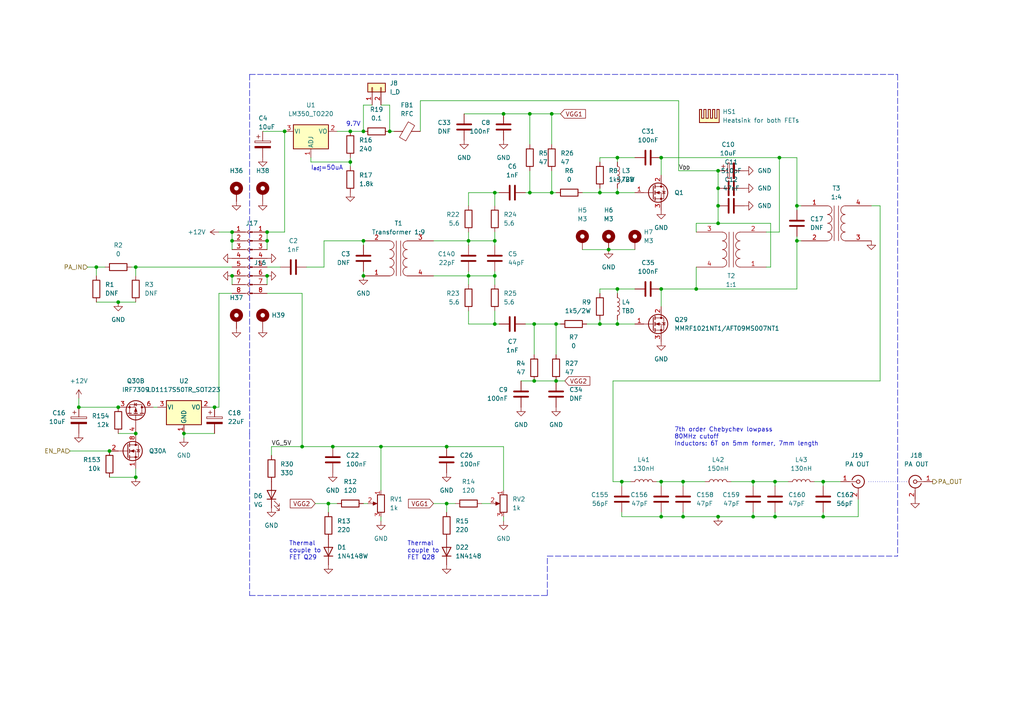
<source format=kicad_sch>
(kicad_sch (version 20211123) (generator eeschema)

  (uuid 23a5678d-f14a-42e0-9e0f-c58ad589532f)

  (paper "A4")

  (title_block
    (title "DART-70 TRX")
    (date "2023-02-08")
    (rev "0")
    (company "HB9EGM")
    (comment 1 "A 4m Band SSB/CW Transceiver")
    (comment 2 "Power Amplifier")
  )

  

  (junction (at 129.54 129.54) (diameter 0) (color 0 0 0 0)
    (uuid 00a9bf31-5693-48ee-843c-84ba7c1825e4)
  )
  (junction (at 67.31 67.31) (diameter 0) (color 0 0 0 0)
    (uuid 018be638-d71c-4d87-b73e-3b122c747273)
  )
  (junction (at 160.02 55.88) (diameter 0) (color 0 0 0 0)
    (uuid 0dc97b2b-98f5-4f81-a4b6-f10781d3b160)
  )
  (junction (at 67.31 69.85) (diameter 0) (color 0 0 0 0)
    (uuid 0f5d58d5-669d-4592-ae44-534ad7e7f3f2)
  )
  (junction (at 191.77 139.7) (diameter 0) (color 0 0 0 0)
    (uuid 1190286f-bc01-45d0-bdda-652501fac563)
  )
  (junction (at 198.12 149.86) (diameter 0) (color 0 0 0 0)
    (uuid 11b9d2e6-81c0-46e2-8e5c-4c9b4a487db1)
  )
  (junction (at 173.99 55.88) (diameter 0) (color 0 0 0 0)
    (uuid 161fe0e6-6852-4615-8b0f-512457b46eec)
  )
  (junction (at 224.79 149.86) (diameter 0) (color 0 0 0 0)
    (uuid 169fe2ba-c49f-4563-b93a-0aa82b0e8f0e)
  )
  (junction (at 201.93 83.82) (diameter 0) (color 0 0 0 0)
    (uuid 1a55edc2-84ce-4698-afd0-ce89a8423090)
  )
  (junction (at 105.41 38.1) (diameter 0) (color 0 0 0 0)
    (uuid 1d61ae6b-82dc-4a56-86ce-44a7fce84cf1)
  )
  (junction (at 231.14 59.69) (diameter 0) (color 0 0 0 0)
    (uuid 201640bb-e925-4d5c-b471-ab56b7f38c54)
  )
  (junction (at 31.75 130.81) (diameter 0) (color 0 0 0 0)
    (uuid 20532f55-6ca5-4db1-8122-d066a5deca97)
  )
  (junction (at 153.67 33.02) (diameter 0) (color 0 0 0 0)
    (uuid 29193f5d-7841-48f5-b586-96cbee5a07d5)
  )
  (junction (at 208.28 149.86) (diameter 0) (color 0 0 0 0)
    (uuid 2944e809-bf47-4b81-b200-121289761ed1)
  )
  (junction (at 39.37 138.43) (diameter 0) (color 0 0 0 0)
    (uuid 29bc49ce-d5f6-4546-b475-0b8d826019c7)
  )
  (junction (at 146.05 33.02) (diameter 0) (color 0 0 0 0)
    (uuid 2ca32adb-9047-4d23-898b-48d94f451fa2)
  )
  (junction (at 53.34 125.73) (diameter 0) (color 0 0 0 0)
    (uuid 34ad9104-4aec-413d-8c0e-1fe64bf95c79)
  )
  (junction (at 176.53 72.39) (diameter 0) (color 0 0 0 0)
    (uuid 37a9d731-529c-4097-bc66-1496ee02dbe0)
  )
  (junction (at 39.37 77.47) (diameter 0) (color 0 0 0 0)
    (uuid 3bc6f319-45d9-4d92-b709-150dc296e3e3)
  )
  (junction (at 160.02 33.02) (diameter 0) (color 0 0 0 0)
    (uuid 3d76d0aa-ffaf-4e0f-acb3-7daa2c08fd90)
  )
  (junction (at 129.54 146.05) (diameter 0) (color 0 0 0 0)
    (uuid 45343804-2488-4c7a-870d-8b6266de79aa)
  )
  (junction (at 226.06 45.72) (diameter 0) (color 0 0 0 0)
    (uuid 45d25079-49ba-42d3-8214-a17f1366934f)
  )
  (junction (at 191.77 83.82) (diameter 0) (color 0 0 0 0)
    (uuid 46c78ed4-4614-483b-9e27-b81dc59bfb52)
  )
  (junction (at 231.14 69.85) (diameter 0) (color 0 0 0 0)
    (uuid 4865f11e-4bbd-4ae9-98c0-17c1475ebd21)
  )
  (junction (at 143.51 55.88) (diameter 0) (color 0 0 0 0)
    (uuid 4aadce6a-d50b-45f8-a033-dcc4bea52391)
  )
  (junction (at 105.41 80.01) (diameter 0) (color 0 0 0 0)
    (uuid 52218bfd-5195-423d-844f-6feace98a85b)
  )
  (junction (at 179.07 45.72) (diameter 0) (color 0 0 0 0)
    (uuid 5c3343ce-7562-41e8-ba06-578ec556b554)
  )
  (junction (at 179.07 93.98) (diameter 0) (color 0 0 0 0)
    (uuid 5c414872-667b-464e-bd33-1f63d065830d)
  )
  (junction (at 173.99 93.98) (diameter 0) (color 0 0 0 0)
    (uuid 5f865eaa-bc8b-4550-999a-ec4a8a803976)
  )
  (junction (at 22.86 118.11) (diameter 0) (color 0 0 0 0)
    (uuid 7629175d-ae1a-4764-9a83-e91cb21c21ea)
  )
  (junction (at 95.25 146.05) (diameter 0) (color 0 0 0 0)
    (uuid 770e41a4-5ec0-4019-8763-111e9fe1283d)
  )
  (junction (at 143.51 80.01) (diameter 0) (color 0 0 0 0)
    (uuid 7b948514-a138-4a94-8e43-f8181fa36a07)
  )
  (junction (at 113.03 38.1) (diameter 0) (color 0 0 0 0)
    (uuid 7bc21d1a-16a9-4ef3-a553-9065bc06ee3c)
  )
  (junction (at 154.94 93.98) (diameter 0) (color 0 0 0 0)
    (uuid 7f2796bf-e1d4-4110-8d8b-0ff6bda985a3)
  )
  (junction (at 67.31 80.01) (diameter 0) (color 0 0 0 0)
    (uuid 7f5b2f73-5703-4ef7-b1fa-563f3476def3)
  )
  (junction (at 224.79 139.7) (diameter 0) (color 0 0 0 0)
    (uuid 8402d871-5523-4a16-8c07-99d580102bc0)
  )
  (junction (at 87.63 129.54) (diameter 0) (color 0 0 0 0)
    (uuid 9117f8c0-7c27-49fc-8a32-89061d5b49d9)
  )
  (junction (at 77.47 67.31) (diameter 0) (color 0 0 0 0)
    (uuid 91d168d1-4d25-40ba-ae55-15415c655fcf)
  )
  (junction (at 135.89 80.01) (diameter 0) (color 0 0 0 0)
    (uuid 95c732e9-37db-43be-b499-c30c57b0e1f7)
  )
  (junction (at 34.29 87.63) (diameter 0) (color 0 0 0 0)
    (uuid 95e609b4-aa85-4f15-97bd-4cb457f32c03)
  )
  (junction (at 191.77 45.72) (diameter 0) (color 0 0 0 0)
    (uuid 97552ee1-af94-4c94-b682-b34119d67275)
  )
  (junction (at 218.44 139.7) (diameter 0) (color 0 0 0 0)
    (uuid 995fd178-17d6-4d3e-8acb-8d785bd5fffc)
  )
  (junction (at 208.28 54.61) (diameter 0) (color 0 0 0 0)
    (uuid 9ac767e8-7860-41f7-a6dc-022dbbfe978f)
  )
  (junction (at 143.51 93.98) (diameter 0) (color 0 0 0 0)
    (uuid 9c1a8aa3-6f62-43d5-bf56-ac00d5c99775)
  )
  (junction (at 198.12 139.7) (diameter 0) (color 0 0 0 0)
    (uuid a0407873-4bbd-4776-aa5f-665b3c08936c)
  )
  (junction (at 77.47 80.01) (diameter 0) (color 0 0 0 0)
    (uuid a7a2a279-d40f-4587-bec9-d4d3067b13e5)
  )
  (junction (at 153.67 55.88) (diameter 0) (color 0 0 0 0)
    (uuid aa89c5af-af25-49c1-96f4-06c6ce91f19e)
  )
  (junction (at 101.6 46.99) (diameter 0) (color 0 0 0 0)
    (uuid af091ba7-4a6d-498e-bd0b-14fda6edf260)
  )
  (junction (at 179.07 55.88) (diameter 0) (color 0 0 0 0)
    (uuid b6fdf96b-af35-439f-adf4-a54b2f825900)
  )
  (junction (at 154.94 110.49) (diameter 0) (color 0 0 0 0)
    (uuid ba04cb58-9776-456e-90eb-494c877d5ce7)
  )
  (junction (at 208.28 59.69) (diameter 0) (color 0 0 0 0)
    (uuid ba431773-10fb-4d16-9ba2-eb6fd3c285b4)
  )
  (junction (at 218.44 149.86) (diameter 0) (color 0 0 0 0)
    (uuid bd70a2e0-a82f-4de4-a0fa-3e489255ccd2)
  )
  (junction (at 34.29 118.11) (diameter 0) (color 0 0 0 0)
    (uuid be1784a6-59d6-4cde-9c33-90a6012ea93e)
  )
  (junction (at 191.77 149.86) (diameter 0) (color 0 0 0 0)
    (uuid bfe16a13-83ef-4525-9238-87977c9e0324)
  )
  (junction (at 105.41 69.85) (diameter 0) (color 0 0 0 0)
    (uuid c1812bca-1a73-4f18-9a33-1b204224d02a)
  )
  (junction (at 208.28 64.77) (diameter 0) (color 0 0 0 0)
    (uuid c4c8dc22-30cb-4ab5-9ea7-ce681435a526)
  )
  (junction (at 77.47 69.85) (diameter 0) (color 0 0 0 0)
    (uuid ce5230a8-798d-481b-92d7-62613f234a9f)
  )
  (junction (at 208.28 49.53) (diameter 0) (color 0 0 0 0)
    (uuid ce67e4fa-a993-4a9d-853a-c16f4292267a)
  )
  (junction (at 238.76 149.86) (diameter 0) (color 0 0 0 0)
    (uuid d6aa82f3-1581-4e28-9aa5-df659b8e8178)
  )
  (junction (at 161.29 110.49) (diameter 0) (color 0 0 0 0)
    (uuid da475678-1d3f-412b-b97e-fcd878ddc967)
  )
  (junction (at 82.55 38.1) (diameter 0) (color 0 0 0 0)
    (uuid de4a013d-057c-4526-b3ee-b7119435e384)
  )
  (junction (at 62.23 118.11) (diameter 0) (color 0 0 0 0)
    (uuid deafc291-0fe3-4cfb-914a-c34a72d0d21a)
  )
  (junction (at 27.94 77.47) (diameter 0) (color 0 0 0 0)
    (uuid e09d4217-9b5f-4cf8-8963-de289c5f1d23)
  )
  (junction (at 101.6 38.1) (diameter 0) (color 0 0 0 0)
    (uuid e1ae65fb-5d8e-4707-a860-4099b5b12f92)
  )
  (junction (at 96.52 129.54) (diameter 0) (color 0 0 0 0)
    (uuid e4589850-a03e-4f46-9ea8-63c370df9c6c)
  )
  (junction (at 143.51 69.85) (diameter 0) (color 0 0 0 0)
    (uuid e99cd3cb-eecd-48de-8dac-f3583e9ee5aa)
  )
  (junction (at 180.34 139.7) (diameter 0) (color 0 0 0 0)
    (uuid f1f0fc3f-3df6-42a9-bad0-ae1a97ab3dd1)
  )
  (junction (at 39.37 125.73) (diameter 0) (color 0 0 0 0)
    (uuid f5a60bd5-1c34-47ca-8ecb-aa99fd3fc492)
  )
  (junction (at 238.76 139.7) (diameter 0) (color 0 0 0 0)
    (uuid f95b6c97-e71d-442c-ab28-687f0c1b2ecd)
  )
  (junction (at 161.29 93.98) (diameter 0) (color 0 0 0 0)
    (uuid fa77d425-d7f6-4c77-9f7d-bb18f02e72f6)
  )
  (junction (at 110.49 129.54) (diameter 0) (color 0 0 0 0)
    (uuid fc158e7b-4b67-4dbc-8bc0-b32dabb0353c)
  )
  (junction (at 179.07 83.82) (diameter 0) (color 0 0 0 0)
    (uuid fc4804e4-a76b-4861-beca-4c2df1740000)
  )
  (junction (at 135.89 69.85) (diameter 0) (color 0 0 0 0)
    (uuid fd4faf0a-37e9-4552-8fd5-5779c63690e1)
  )

  (wire (pts (xy 160.02 41.91) (xy 160.02 33.02))
    (stroke (width 0) (type default) (color 0 0 0 0))
    (uuid 003766df-760d-4945-aead-fd459cf2cc7e)
  )
  (wire (pts (xy 238.76 148.59) (xy 238.76 149.86))
    (stroke (width 0) (type default) (color 0 0 0 0))
    (uuid 00b03189-3640-4f86-a383-2e455c33fb42)
  )
  (wire (pts (xy 191.77 139.7) (xy 198.12 139.7))
    (stroke (width 0) (type default) (color 0 0 0 0))
    (uuid 01303a8c-cc11-400c-8bb1-9c7a6554cd45)
  )
  (wire (pts (xy 153.67 55.88) (xy 153.67 49.53))
    (stroke (width 0) (type default) (color 0 0 0 0))
    (uuid 01cd1a32-53d4-480c-a184-d16eda8ee96e)
  )
  (wire (pts (xy 222.25 67.31) (xy 226.06 67.31))
    (stroke (width 0) (type default) (color 0 0 0 0))
    (uuid 0213fd9f-9172-4644-aa96-b68d556aae75)
  )
  (wire (pts (xy 143.51 67.31) (xy 143.51 69.85))
    (stroke (width 0) (type default) (color 0 0 0 0))
    (uuid 05bd47c1-4917-4b79-bd80-c7e5e8dd13c8)
  )
  (wire (pts (xy 180.34 140.97) (xy 180.34 139.7))
    (stroke (width 0) (type default) (color 0 0 0 0))
    (uuid 05c4acf2-1aea-4e36-a39b-8de69c211c79)
  )
  (wire (pts (xy 93.98 77.47) (xy 93.98 69.85))
    (stroke (width 0) (type default) (color 0 0 0 0))
    (uuid 08da3a2b-c17b-44c3-a933-0280f33f01b4)
  )
  (wire (pts (xy 125.73 69.85) (xy 135.89 69.85))
    (stroke (width 0) (type default) (color 0 0 0 0))
    (uuid 090a5550-aaf0-4baa-93d5-0e07d425691a)
  )
  (wire (pts (xy 135.89 78.74) (xy 135.89 80.01))
    (stroke (width 0) (type default) (color 0 0 0 0))
    (uuid 090e8cfd-ba33-4d7d-9c81-3debb551627b)
  )
  (wire (pts (xy 135.89 82.55) (xy 135.89 80.01))
    (stroke (width 0) (type default) (color 0 0 0 0))
    (uuid 0c403a72-1507-400c-bcf9-bdea8d77da0c)
  )
  (wire (pts (xy 161.29 93.98) (xy 154.94 93.98))
    (stroke (width 0) (type default) (color 0 0 0 0))
    (uuid 0c62e9e2-99ea-4b9f-a93d-d3265a59ccc4)
  )
  (wire (pts (xy 143.51 82.55) (xy 143.51 80.01))
    (stroke (width 0) (type default) (color 0 0 0 0))
    (uuid 0db8d2aa-1710-4582-b3d9-cb71117f3069)
  )
  (polyline (pts (xy 72.39 125.73) (xy 72.39 172.72))
    (stroke (width 0) (type default) (color 0 0 0 0))
    (uuid 0e97a1c7-a3b0-49a1-b55a-a05eb846150e)
  )

  (wire (pts (xy 201.93 77.47) (xy 201.93 83.82))
    (stroke (width 0) (type default) (color 0 0 0 0))
    (uuid 117e449a-10cc-40db-a294-4fa340a9cac0)
  )
  (wire (pts (xy 198.12 148.59) (xy 198.12 149.86))
    (stroke (width 0) (type default) (color 0 0 0 0))
    (uuid 129d98eb-7dcb-4630-a22b-2b23e8fcd745)
  )
  (wire (pts (xy 179.07 83.82) (xy 173.99 83.82))
    (stroke (width 0) (type default) (color 0 0 0 0))
    (uuid 15279dd8-9bd1-48fc-9f70-e7f93e55299a)
  )
  (wire (pts (xy 218.44 148.59) (xy 218.44 149.86))
    (stroke (width 0) (type default) (color 0 0 0 0))
    (uuid 176a64d2-c693-4d78-ab17-fc4d752dc7bf)
  )
  (wire (pts (xy 144.78 55.88) (xy 143.51 55.88))
    (stroke (width 0) (type default) (color 0 0 0 0))
    (uuid 190cb8c5-8a7f-4df3-af19-907585046dea)
  )
  (wire (pts (xy 129.54 146.05) (xy 132.08 146.05))
    (stroke (width 0) (type default) (color 0 0 0 0))
    (uuid 1941097c-3dde-477c-9880-5f4a67beef11)
  )
  (wire (pts (xy 88.9 77.47) (xy 93.98 77.47))
    (stroke (width 0) (type default) (color 0 0 0 0))
    (uuid 1bb0e012-00ba-4f66-98d9-e0c61b08d886)
  )
  (wire (pts (xy 60.96 118.11) (xy 62.23 118.11))
    (stroke (width 0) (type default) (color 0 0 0 0))
    (uuid 1de018d4-5c44-4308-83e7-3cd467a0df2c)
  )
  (wire (pts (xy 191.77 83.82) (xy 201.93 83.82))
    (stroke (width 0) (type default) (color 0 0 0 0))
    (uuid 1e0ac3bd-2032-4a66-a210-cf54c4394e90)
  )
  (polyline (pts (xy 260.35 21.59) (xy 260.35 161.29))
    (stroke (width 0) (type default) (color 0 0 0 0))
    (uuid 1e42598a-f528-4ed6-adc9-5d49f8a54068)
  )

  (wire (pts (xy 160.02 55.88) (xy 161.29 55.88))
    (stroke (width 0) (type default) (color 0 0 0 0))
    (uuid 1fc99f89-a9e3-40d0-a00e-00b942f68fbe)
  )
  (wire (pts (xy 67.31 72.39) (xy 67.31 69.85))
    (stroke (width 0) (type default) (color 0 0 0 0))
    (uuid 20c49d41-bbed-4fd7-871e-c8cda9b70919)
  )
  (wire (pts (xy 238.76 139.7) (xy 243.84 139.7))
    (stroke (width 0) (type default) (color 0 0 0 0))
    (uuid 20e91198-3a81-4bb2-883d-67438d536dfb)
  )
  (wire (pts (xy 180.34 149.86) (xy 180.34 148.59))
    (stroke (width 0) (type default) (color 0 0 0 0))
    (uuid 22495173-2d45-4f6f-9abc-6c550a9ad708)
  )
  (wire (pts (xy 20.32 130.81) (xy 31.75 130.81))
    (stroke (width 0) (type default) (color 0 0 0 0))
    (uuid 244cb991-83cb-471e-802b-24c925680851)
  )
  (wire (pts (xy 146.05 142.24) (xy 146.05 129.54))
    (stroke (width 0) (type default) (color 0 0 0 0))
    (uuid 244ff2bc-70e5-4e35-bfb2-a65f8b5dba01)
  )
  (wire (pts (xy 231.14 68.58) (xy 231.14 69.85))
    (stroke (width 0) (type default) (color 0 0 0 0))
    (uuid 2498ff12-ed26-4ee2-a8eb-6bcc5369ccfa)
  )
  (wire (pts (xy 179.07 55.88) (xy 184.15 55.88))
    (stroke (width 0) (type default) (color 0 0 0 0))
    (uuid 275deabf-8009-409b-b4ac-41d9bed031f8)
  )
  (wire (pts (xy 154.94 110.49) (xy 161.29 110.49))
    (stroke (width 0) (type default) (color 0 0 0 0))
    (uuid 27dce1e3-d97e-42b2-835a-51f963345258)
  )
  (wire (pts (xy 201.93 64.77) (xy 201.93 67.31))
    (stroke (width 0) (type default) (color 0 0 0 0))
    (uuid 287c2405-6913-4715-9df1-ff5ad9edb79a)
  )
  (wire (pts (xy 191.77 148.59) (xy 191.77 149.86))
    (stroke (width 0) (type default) (color 0 0 0 0))
    (uuid 2974f09b-e6b8-4064-b7aa-e536277a9dd1)
  )
  (wire (pts (xy 161.29 110.49) (xy 163.83 110.49))
    (stroke (width 0) (type default) (color 0 0 0 0))
    (uuid 2c9f3b73-c557-4d2a-9dd7-0487ea71ec0e)
  )
  (wire (pts (xy 153.67 41.91) (xy 153.67 33.02))
    (stroke (width 0) (type default) (color 0 0 0 0))
    (uuid 2dbf30dd-74ba-489b-bc21-50743495fd6e)
  )
  (wire (pts (xy 231.14 59.69) (xy 231.14 60.96))
    (stroke (width 0) (type default) (color 0 0 0 0))
    (uuid 314f8e04-4aa0-4bb5-827d-61a31e51db59)
  )
  (wire (pts (xy 34.29 125.73) (xy 39.37 125.73))
    (stroke (width 0) (type default) (color 0 0 0 0))
    (uuid 326d996d-3cfd-4380-aa75-da9dedb0ddb6)
  )
  (wire (pts (xy 110.49 30.48) (xy 113.03 30.48))
    (stroke (width 0) (type default) (color 0 0 0 0))
    (uuid 32b0485d-44e4-459e-b414-08683522870b)
  )
  (wire (pts (xy 77.47 67.31) (xy 77.47 69.85))
    (stroke (width 0) (type default) (color 0 0 0 0))
    (uuid 32e7b266-8a06-4afa-95ae-6cc7fd2c4682)
  )
  (wire (pts (xy 179.07 54.61) (xy 179.07 55.88))
    (stroke (width 0) (type default) (color 0 0 0 0))
    (uuid 355b675c-6705-4553-90b5-140bfffa2a31)
  )
  (wire (pts (xy 173.99 54.61) (xy 173.99 55.88))
    (stroke (width 0) (type default) (color 0 0 0 0))
    (uuid 3b137ae9-360e-432b-b9e1-c0db7be18a6f)
  )
  (wire (pts (xy 252.73 59.69) (xy 255.27 59.69))
    (stroke (width 0) (type default) (color 0 0 0 0))
    (uuid 3fa43fd5-1023-4d73-9454-49a58988d36d)
  )
  (wire (pts (xy 196.85 49.53) (xy 208.28 49.53))
    (stroke (width 0) (type default) (color 0 0 0 0))
    (uuid 410150c4-40fc-4943-abc9-82881f5d36d2)
  )
  (wire (pts (xy 179.07 46.99) (xy 179.07 45.72))
    (stroke (width 0) (type default) (color 0 0 0 0))
    (uuid 443171a8-9369-4428-a08f-a55d2d4a8748)
  )
  (wire (pts (xy 198.12 149.86) (xy 191.77 149.86))
    (stroke (width 0) (type default) (color 0 0 0 0))
    (uuid 45d7483e-8114-4f8f-b539-62807589f130)
  )
  (wire (pts (xy 162.56 33.02) (xy 160.02 33.02))
    (stroke (width 0) (type default) (color 0 0 0 0))
    (uuid 46618fa5-0b3e-4206-965f-d2c1fa7fd544)
  )
  (wire (pts (xy 184.15 83.82) (xy 179.07 83.82))
    (stroke (width 0) (type default) (color 0 0 0 0))
    (uuid 46951fa7-8dfc-4804-8778-426351ce034c)
  )
  (wire (pts (xy 190.5 139.7) (xy 191.77 139.7))
    (stroke (width 0) (type default) (color 0 0 0 0))
    (uuid 46ccb03d-9859-4d39-a84e-de35f474656d)
  )
  (wire (pts (xy 224.79 139.7) (xy 218.44 139.7))
    (stroke (width 0) (type default) (color 0 0 0 0))
    (uuid 47431c99-b3b4-40b7-9c3c-b504fe7f80ad)
  )
  (wire (pts (xy 238.76 139.7) (xy 238.76 140.97))
    (stroke (width 0) (type default) (color 0 0 0 0))
    (uuid 4836d259-bca8-4757-a2e4-0014edd49bee)
  )
  (wire (pts (xy 39.37 135.89) (xy 39.37 138.43))
    (stroke (width 0) (type default) (color 0 0 0 0))
    (uuid 49117d96-ecd5-4c4c-867f-fba2a373e768)
  )
  (polyline (pts (xy 72.39 172.72) (xy 158.75 172.72))
    (stroke (width 0) (type default) (color 0 0 0 0))
    (uuid 4ae5fbc9-eb99-4e4e-8086-7665b8159a43)
  )

  (wire (pts (xy 135.89 55.88) (xy 143.51 55.88))
    (stroke (width 0) (type default) (color 0 0 0 0))
    (uuid 4c1800c2-8348-464f-9f96-c07e927f3b27)
  )
  (wire (pts (xy 39.37 77.47) (xy 67.31 77.47))
    (stroke (width 0) (type default) (color 0 0 0 0))
    (uuid 4f28f9c8-885b-461f-99ce-9e467196f1b9)
  )
  (wire (pts (xy 135.89 69.85) (xy 135.89 71.12))
    (stroke (width 0) (type default) (color 0 0 0 0))
    (uuid 4f6eb515-be7f-47aa-980d-105f546479e2)
  )
  (wire (pts (xy 143.51 69.85) (xy 135.89 69.85))
    (stroke (width 0) (type default) (color 0 0 0 0))
    (uuid 50a21b5d-899a-44a0-996e-051d02331b9b)
  )
  (wire (pts (xy 25.4 77.47) (xy 27.94 77.47))
    (stroke (width 0) (type default) (color 0 0 0 0))
    (uuid 50ee2088-c749-44b7-9441-ded0f956dbfb)
  )
  (wire (pts (xy 222.25 77.47) (xy 223.52 77.47))
    (stroke (width 0) (type default) (color 0 0 0 0))
    (uuid 517f26e5-18d4-43ac-972a-ba2567992a0c)
  )
  (wire (pts (xy 63.5 118.11) (xy 62.23 118.11))
    (stroke (width 0) (type default) (color 0 0 0 0))
    (uuid 526cf808-e002-43dd-a0e0-44a3396fee16)
  )
  (wire (pts (xy 39.37 80.01) (xy 39.37 77.47))
    (stroke (width 0) (type default) (color 0 0 0 0))
    (uuid 529d787f-495b-411a-9099-24f01e97f4fb)
  )
  (wire (pts (xy 27.94 77.47) (xy 30.48 77.47))
    (stroke (width 0) (type default) (color 0 0 0 0))
    (uuid 54dc5336-21a7-449e-8921-31bd50e0dd34)
  )
  (wire (pts (xy 153.67 33.02) (xy 146.05 33.02))
    (stroke (width 0) (type default) (color 0 0 0 0))
    (uuid 5534ba7b-e05c-441b-ab61-b44786c0cc7f)
  )
  (wire (pts (xy 77.47 85.09) (xy 87.63 85.09))
    (stroke (width 0) (type default) (color 0 0 0 0))
    (uuid 5bc7df61-b1cd-4588-856d-8c6fb4871ca2)
  )
  (wire (pts (xy 90.17 46.99) (xy 101.6 46.99))
    (stroke (width 0) (type default) (color 0 0 0 0))
    (uuid 5d504083-b2cb-4825-8a1c-f090158440ad)
  )
  (wire (pts (xy 191.77 139.7) (xy 191.77 140.97))
    (stroke (width 0) (type default) (color 0 0 0 0))
    (uuid 5e519133-39e0-4d9c-923a-654d70e785ea)
  )
  (wire (pts (xy 143.51 78.74) (xy 143.51 80.01))
    (stroke (width 0) (type default) (color 0 0 0 0))
    (uuid 5e72ac5c-c90a-41fa-9dba-d1d47974ec35)
  )
  (wire (pts (xy 218.44 149.86) (xy 208.28 149.86))
    (stroke (width 0) (type default) (color 0 0 0 0))
    (uuid 5f190653-6f70-4988-87e8-9b7db66d156d)
  )
  (wire (pts (xy 39.37 138.43) (xy 31.75 138.43))
    (stroke (width 0) (type default) (color 0 0 0 0))
    (uuid 617393ff-8ed2-4078-9ede-235bd1227e24)
  )
  (wire (pts (xy 76.2 38.1) (xy 82.55 38.1))
    (stroke (width 0) (type default) (color 0 0 0 0))
    (uuid 62583d4b-9427-440d-8327-f9d7d21d09cb)
  )
  (wire (pts (xy 77.47 77.47) (xy 81.28 77.47))
    (stroke (width 0) (type default) (color 0 0 0 0))
    (uuid 62c70670-1334-4513-905b-69fd3f256c43)
  )
  (wire (pts (xy 90.17 46.99) (xy 90.17 45.72))
    (stroke (width 0) (type default) (color 0 0 0 0))
    (uuid 63065ccc-6177-47a4-ba4b-dac35da23d54)
  )
  (wire (pts (xy 34.29 87.63) (xy 27.94 87.63))
    (stroke (width 0) (type default) (color 0 0 0 0))
    (uuid 658c1d04-d8a4-4581-8808-91199da32b7a)
  )
  (polyline (pts (xy 158.75 172.72) (xy 158.75 161.29))
    (stroke (width 0) (type default) (color 0 0 0 0))
    (uuid 66b07fde-6cd4-4b98-a500-29e68bc48a26)
  )

  (wire (pts (xy 228.6 139.7) (xy 224.79 139.7))
    (stroke (width 0) (type default) (color 0 0 0 0))
    (uuid 66b2dc35-2265-403a-99d6-443630d9bc0d)
  )
  (wire (pts (xy 97.79 38.1) (xy 101.6 38.1))
    (stroke (width 0) (type default) (color 0 0 0 0))
    (uuid 67b7572b-8850-4da4-abc8-6a9a95c24196)
  )
  (wire (pts (xy 110.49 129.54) (xy 129.54 129.54))
    (stroke (width 0) (type default) (color 0 0 0 0))
    (uuid 69fd6a37-2951-4523-be53-b297b12a3d30)
  )
  (wire (pts (xy 39.37 87.63) (xy 34.29 87.63))
    (stroke (width 0) (type default) (color 0 0 0 0))
    (uuid 6b19a571-91ba-4d1a-8b96-09d23dc9b0fd)
  )
  (wire (pts (xy 129.54 148.59) (xy 129.54 146.05))
    (stroke (width 0) (type default) (color 0 0 0 0))
    (uuid 6d9b2be2-0946-43d9-ae46-71aefe8a5f39)
  )
  (wire (pts (xy 179.07 93.98) (xy 184.15 93.98))
    (stroke (width 0) (type default) (color 0 0 0 0))
    (uuid 6dee1427-cbd7-4943-a05e-d69d96304925)
  )
  (wire (pts (xy 160.02 33.02) (xy 153.67 33.02))
    (stroke (width 0) (type default) (color 0 0 0 0))
    (uuid 6e8528c7-721a-4a9d-91ba-2bed867380fd)
  )
  (wire (pts (xy 93.98 69.85) (xy 105.41 69.85))
    (stroke (width 0) (type default) (color 0 0 0 0))
    (uuid 700aab51-599c-46ef-ab05-ba582df59faf)
  )
  (wire (pts (xy 77.47 67.31) (xy 82.55 67.31))
    (stroke (width 0) (type default) (color 0 0 0 0))
    (uuid 708f55ca-b0b2-4950-ad4c-df6179f30406)
  )
  (wire (pts (xy 208.28 149.86) (xy 198.12 149.86))
    (stroke (width 0) (type default) (color 0 0 0 0))
    (uuid 72a4a520-5e37-46e3-b69d-c3460e9f221c)
  )
  (wire (pts (xy 143.51 55.88) (xy 143.51 59.69))
    (stroke (width 0) (type default) (color 0 0 0 0))
    (uuid 747d6f52-cc08-417b-84fa-68d19b5edf1f)
  )
  (wire (pts (xy 218.44 139.7) (xy 218.44 140.97))
    (stroke (width 0) (type default) (color 0 0 0 0))
    (uuid 74880265-f9ea-4dec-ae40-354f181a1e44)
  )
  (wire (pts (xy 196.85 29.21) (xy 196.85 49.53))
    (stroke (width 0) (type default) (color 0 0 0 0))
    (uuid 7515cca1-e4ed-4308-8959-2cb96cb486bc)
  )
  (wire (pts (xy 113.03 38.1) (xy 113.03 30.48))
    (stroke (width 0) (type default) (color 0 0 0 0))
    (uuid 77391e29-ecc1-42ae-956b-82e3188fdad6)
  )
  (wire (pts (xy 179.07 85.09) (xy 179.07 83.82))
    (stroke (width 0) (type default) (color 0 0 0 0))
    (uuid 77f6fb3b-d3e2-4519-a1ff-8b02cc52bab7)
  )
  (wire (pts (xy 191.77 50.8) (xy 191.77 45.72))
    (stroke (width 0) (type default) (color 0 0 0 0))
    (uuid 786e1d5b-e1c9-4d32-83e4-8256769342db)
  )
  (wire (pts (xy 218.44 139.7) (xy 212.09 139.7))
    (stroke (width 0) (type default) (color 0 0 0 0))
    (uuid 792dcaf8-ca00-40d9-b156-266fa951bd81)
  )
  (wire (pts (xy 143.51 80.01) (xy 135.89 80.01))
    (stroke (width 0) (type default) (color 0 0 0 0))
    (uuid 794dc39d-8571-437d-b869-222991e444b8)
  )
  (wire (pts (xy 110.49 142.24) (xy 110.49 129.54))
    (stroke (width 0) (type default) (color 0 0 0 0))
    (uuid 7b76a79d-41f9-41dc-b73d-561e451cfaf8)
  )
  (wire (pts (xy 95.25 148.59) (xy 95.25 146.05))
    (stroke (width 0) (type default) (color 0 0 0 0))
    (uuid 7b82c39d-7156-424b-89fa-48e5324ac466)
  )
  (wire (pts (xy 161.29 102.87) (xy 161.29 93.98))
    (stroke (width 0) (type default) (color 0 0 0 0))
    (uuid 7cbcca09-f051-4a6a-a573-518f6f3e8480)
  )
  (wire (pts (xy 238.76 149.86) (xy 224.79 149.86))
    (stroke (width 0) (type default) (color 0 0 0 0))
    (uuid 7cdac423-7c51-49f3-8be3-e2a9f7758c95)
  )
  (wire (pts (xy 179.07 45.72) (xy 173.99 45.72))
    (stroke (width 0) (type default) (color 0 0 0 0))
    (uuid 7d18f14f-5f0b-43cc-a6c2-c4e8b8ae219c)
  )
  (wire (pts (xy 105.41 78.74) (xy 105.41 80.01))
    (stroke (width 0) (type default) (color 0 0 0 0))
    (uuid 7d681d34-4bc5-4be1-a8cb-4db186ab9108)
  )
  (wire (pts (xy 177.8 110.49) (xy 177.8 139.7))
    (stroke (width 0) (type default) (color 0 0 0 0))
    (uuid 7e4b5443-42d5-428f-a8ff-0fa62039fc20)
  )
  (wire (pts (xy 82.55 38.1) (xy 82.55 67.31))
    (stroke (width 0) (type default) (color 0 0 0 0))
    (uuid 7f503ee2-5760-4fc4-b83b-6c6a12238600)
  )
  (wire (pts (xy 224.79 139.7) (xy 224.79 140.97))
    (stroke (width 0) (type default) (color 0 0 0 0))
    (uuid 7fb6fe3c-7427-4aad-825b-24b65566f507)
  )
  (wire (pts (xy 38.1 77.47) (xy 39.37 77.47))
    (stroke (width 0) (type default) (color 0 0 0 0))
    (uuid 81351d0b-a4b5-4cb4-9ae9-f79698997dc6)
  )
  (wire (pts (xy 135.89 59.69) (xy 135.89 55.88))
    (stroke (width 0) (type default) (color 0 0 0 0))
    (uuid 81640ccb-bb6f-4ca3-80a2-35618e8e087b)
  )
  (wire (pts (xy 67.31 69.85) (xy 67.31 67.31))
    (stroke (width 0) (type default) (color 0 0 0 0))
    (uuid 823ff746-3dfe-4ad2-ae79-b99365815b3b)
  )
  (polyline (pts (xy 72.39 21.59) (xy 260.35 21.59))
    (stroke (width 0) (type default) (color 0 0 0 0))
    (uuid 8398d6da-a6bc-43eb-be8d-a0a5e6cd131a)
  )

  (wire (pts (xy 63.5 67.31) (xy 67.31 67.31))
    (stroke (width 0) (type default) (color 0 0 0 0))
    (uuid 83a62204-8d92-4968-9472-359242aa63b5)
  )
  (wire (pts (xy 113.03 38.1) (xy 114.3 38.1))
    (stroke (width 0) (type default) (color 0 0 0 0))
    (uuid 8662e2bc-5e18-4d27-8e41-16580368082b)
  )
  (wire (pts (xy 151.13 110.49) (xy 154.94 110.49))
    (stroke (width 0) (type default) (color 0 0 0 0))
    (uuid 8ac4c920-c88a-456c-8ad1-b60beb0e620f)
  )
  (wire (pts (xy 176.53 72.39) (xy 184.15 72.39))
    (stroke (width 0) (type default) (color 0 0 0 0))
    (uuid 8cd234e5-8d99-4783-8e6c-debdf540bc71)
  )
  (wire (pts (xy 44.45 118.11) (xy 45.72 118.11))
    (stroke (width 0) (type default) (color 0 0 0 0))
    (uuid 8ce64de9-e53d-4317-9ac8-b1f664a4aabd)
  )
  (wire (pts (xy 168.91 55.88) (xy 173.99 55.88))
    (stroke (width 0) (type default) (color 0 0 0 0))
    (uuid 8d56cadc-5637-4a7e-b5e6-22f061f9dfc0)
  )
  (wire (pts (xy 87.63 85.09) (xy 87.63 129.54))
    (stroke (width 0) (type default) (color 0 0 0 0))
    (uuid 8ec295a0-e8aa-4d08-9ad2-7e3be5901bb0)
  )
  (wire (pts (xy 146.05 151.13) (xy 146.05 149.86))
    (stroke (width 0) (type default) (color 0 0 0 0))
    (uuid 8f0d94cb-7dce-4f8d-b241-565acfd7242c)
  )
  (wire (pts (xy 135.89 67.31) (xy 135.89 69.85))
    (stroke (width 0) (type default) (color 0 0 0 0))
    (uuid 8f25b4cf-19a6-4cfc-8247-405e6fad837e)
  )
  (wire (pts (xy 53.34 125.73) (xy 62.23 125.73))
    (stroke (width 0) (type default) (color 0 0 0 0))
    (uuid 8fbf2c38-2aff-4578-b034-e4158cdc80fc)
  )
  (wire (pts (xy 173.99 93.98) (xy 179.07 93.98))
    (stroke (width 0) (type default) (color 0 0 0 0))
    (uuid 91de251b-3a5c-4657-a9da-556f719e53d4)
  )
  (wire (pts (xy 226.06 67.31) (xy 226.06 45.72))
    (stroke (width 0) (type default) (color 0 0 0 0))
    (uuid 961f2f48-5823-4672-9657-6b8a54100496)
  )
  (wire (pts (xy 173.99 92.71) (xy 173.99 93.98))
    (stroke (width 0) (type default) (color 0 0 0 0))
    (uuid 97156354-f4ae-4c61-9b61-c67f6e42daa4)
  )
  (wire (pts (xy 63.5 85.09) (xy 67.31 85.09))
    (stroke (width 0) (type default) (color 0 0 0 0))
    (uuid 97d7e6e9-0043-4e91-9baa-8fec2b65798f)
  )
  (wire (pts (xy 191.77 45.72) (xy 226.06 45.72))
    (stroke (width 0) (type default) (color 0 0 0 0))
    (uuid 98c89916-5912-4fa7-a8c4-45d1f47b949d)
  )
  (wire (pts (xy 173.99 55.88) (xy 179.07 55.88))
    (stroke (width 0) (type default) (color 0 0 0 0))
    (uuid 9a2221db-32e9-46c9-8d40-4e6f78bd3152)
  )
  (wire (pts (xy 255.27 110.49) (xy 177.8 110.49))
    (stroke (width 0) (type default) (color 0 0 0 0))
    (uuid 9a340e87-d305-43ce-9f87-636252cba83b)
  )
  (wire (pts (xy 63.5 85.09) (xy 63.5 118.11))
    (stroke (width 0) (type default) (color 0 0 0 0))
    (uuid 9c5b4ad7-76e8-40c4-8007-a8a8969bf371)
  )
  (wire (pts (xy 139.7 146.05) (xy 142.24 146.05))
    (stroke (width 0) (type default) (color 0 0 0 0))
    (uuid 9d368343-4950-4d34-b3a3-3301f02614b2)
  )
  (wire (pts (xy 95.25 146.05) (xy 91.44 146.05))
    (stroke (width 0) (type default) (color 0 0 0 0))
    (uuid 9ff1d0a3-4bda-4084-8c92-d9a3e9bd2097)
  )
  (wire (pts (xy 248.92 144.78) (xy 248.92 149.86))
    (stroke (width 0) (type default) (color 0 0 0 0))
    (uuid a03d083a-86d3-43fa-a5db-2ecd32926435)
  )
  (wire (pts (xy 184.15 45.72) (xy 179.07 45.72))
    (stroke (width 0) (type default) (color 0 0 0 0))
    (uuid a1a0fa87-9518-4e3a-8b85-983034295cf2)
  )
  (wire (pts (xy 143.51 71.12) (xy 143.51 69.85))
    (stroke (width 0) (type default) (color 0 0 0 0))
    (uuid a29c2a38-dbda-4d2b-b1e1-eb2b3491457e)
  )
  (wire (pts (xy 101.6 48.26) (xy 101.6 46.99))
    (stroke (width 0) (type default) (color 0 0 0 0))
    (uuid a2e25017-5257-4f53-9d03-d7f687ab6c0f)
  )
  (wire (pts (xy 255.27 59.69) (xy 255.27 110.49))
    (stroke (width 0) (type default) (color 0 0 0 0))
    (uuid a2e5b691-f77a-4583-8bea-441c4d2ce60e)
  )
  (wire (pts (xy 101.6 46.99) (xy 101.6 45.72))
    (stroke (width 0) (type default) (color 0 0 0 0))
    (uuid a329349b-ba39-4ef8-9a28-50bd5ac5c6d5)
  )
  (wire (pts (xy 135.89 93.98) (xy 135.89 90.17))
    (stroke (width 0) (type default) (color 0 0 0 0))
    (uuid a4b27e52-de6a-4049-9cca-f9f30d85d7f1)
  )
  (wire (pts (xy 77.47 69.85) (xy 77.47 72.39))
    (stroke (width 0) (type default) (color 0 0 0 0))
    (uuid a5d1d492-dfa3-4faa-882c-a328491eb033)
  )
  (wire (pts (xy 110.49 151.13) (xy 110.49 149.86))
    (stroke (width 0) (type default) (color 0 0 0 0))
    (uuid a6a1a43f-a88e-41c8-b880-7c537750051f)
  )
  (wire (pts (xy 208.28 49.53) (xy 208.28 54.61))
    (stroke (width 0) (type default) (color 0 0 0 0))
    (uuid aaf3c0ed-76db-49b3-85a5-1a6f92e1d0b1)
  )
  (wire (pts (xy 231.14 69.85) (xy 232.41 69.85))
    (stroke (width 0) (type default) (color 0 0 0 0))
    (uuid ab60541a-70a7-4147-8087-07866b7f21be)
  )
  (wire (pts (xy 198.12 139.7) (xy 204.47 139.7))
    (stroke (width 0) (type default) (color 0 0 0 0))
    (uuid ad235f51-b06e-4d02-80dc-3c5ef34c01f0)
  )
  (wire (pts (xy 97.79 146.05) (xy 95.25 146.05))
    (stroke (width 0) (type default) (color 0 0 0 0))
    (uuid ad3a2dc9-0a41-421d-b005-d9e9940696fd)
  )
  (wire (pts (xy 53.34 127) (xy 53.34 125.73))
    (stroke (width 0) (type default) (color 0 0 0 0))
    (uuid afd000de-1f79-43c7-805a-97033c02476f)
  )
  (wire (pts (xy 77.47 80.01) (xy 77.47 82.55))
    (stroke (width 0) (type default) (color 0 0 0 0))
    (uuid b0638642-906d-4721-afc4-2e70a0961498)
  )
  (wire (pts (xy 27.94 80.01) (xy 27.94 77.47))
    (stroke (width 0) (type default) (color 0 0 0 0))
    (uuid b17770b4-75d1-43d7-a9ee-47c7f821b104)
  )
  (wire (pts (xy 121.92 38.1) (xy 121.92 29.21))
    (stroke (width 0) (type default) (color 0 0 0 0))
    (uuid b269d51b-2f1d-42a9-ba9b-a602d888ef4b)
  )
  (wire (pts (xy 125.73 146.05) (xy 129.54 146.05))
    (stroke (width 0) (type default) (color 0 0 0 0))
    (uuid b3a9f299-9137-4c0e-8d78-b8c51677a919)
  )
  (wire (pts (xy 191.77 83.82) (xy 191.77 88.9))
    (stroke (width 0) (type default) (color 0 0 0 0))
    (uuid b4a67bed-e0d0-4a2b-ad95-50263ae29794)
  )
  (wire (pts (xy 153.67 55.88) (xy 160.02 55.88))
    (stroke (width 0) (type default) (color 0 0 0 0))
    (uuid b6024484-8c2a-42f3-977d-891690fbe6a6)
  )
  (wire (pts (xy 223.52 77.47) (xy 223.52 64.77))
    (stroke (width 0) (type default) (color 0 0 0 0))
    (uuid b6405e62-fe69-4e5e-bf39-a12d7be9fb00)
  )
  (wire (pts (xy 78.74 132.08) (xy 78.74 129.54))
    (stroke (width 0) (type default) (color 0 0 0 0))
    (uuid b808564d-4d59-4c8d-8645-9f64fee897ea)
  )
  (wire (pts (xy 154.94 102.87) (xy 154.94 93.98))
    (stroke (width 0) (type default) (color 0 0 0 0))
    (uuid bb75cd77-e810-43bd-b155-da62e8c644f7)
  )
  (wire (pts (xy 101.6 38.1) (xy 105.41 38.1))
    (stroke (width 0) (type default) (color 0 0 0 0))
    (uuid bec0ce44-3d2b-4c79-b5e8-74a5b945c66e)
  )
  (wire (pts (xy 22.86 115.57) (xy 22.86 118.11))
    (stroke (width 0) (type default) (color 0 0 0 0))
    (uuid bf7659ed-bc9f-491b-accb-3db8abf0f82a)
  )
  (wire (pts (xy 231.14 59.69) (xy 231.14 45.72))
    (stroke (width 0) (type default) (color 0 0 0 0))
    (uuid c136cc08-0a30-42be-ac73-b57040aa3d8f)
  )
  (wire (pts (xy 223.52 64.77) (xy 208.28 64.77))
    (stroke (width 0) (type default) (color 0 0 0 0))
    (uuid c45cd4a9-6d57-419f-b7e4-f2f6398e66f1)
  )
  (wire (pts (xy 248.92 149.86) (xy 238.76 149.86))
    (stroke (width 0) (type default) (color 0 0 0 0))
    (uuid c7401b61-6bdc-4e54-9145-3259d391c0b4)
  )
  (wire (pts (xy 198.12 140.97) (xy 198.12 139.7))
    (stroke (width 0) (type default) (color 0 0 0 0))
    (uuid c798b8fa-0a55-4e06-bca6-bad2d53d105b)
  )
  (wire (pts (xy 154.94 93.98) (xy 152.4 93.98))
    (stroke (width 0) (type default) (color 0 0 0 0))
    (uuid c9c94256-b0e2-41d0-a6ac-8d3574e6f0f9)
  )
  (wire (pts (xy 87.63 129.54) (xy 96.52 129.54))
    (stroke (width 0) (type default) (color 0 0 0 0))
    (uuid cad596e5-4e33-4e48-b52a-041b51bac332)
  )
  (wire (pts (xy 162.56 93.98) (xy 161.29 93.98))
    (stroke (width 0) (type default) (color 0 0 0 0))
    (uuid caef4be8-1584-43bd-a128-f71411000238)
  )
  (polyline (pts (xy 158.75 161.29) (xy 260.35 161.29))
    (stroke (width 0) (type default) (color 0 0 0 0))
    (uuid cb92ffa3-9da8-4c51-bf02-e9c5d63c50e0)
  )
  (polyline (pts (xy 72.39 21.59) (xy 72.39 125.73))
    (stroke (width 0) (type default) (color 0 0 0 0))
    (uuid cbf11394-fc96-4418-a6f6-f186e5712833)
  )

  (wire (pts (xy 22.86 118.11) (xy 34.29 118.11))
    (stroke (width 0) (type default) (color 0 0 0 0))
    (uuid ccfed1e0-71a4-467e-9f13-8aea53138931)
  )
  (wire (pts (xy 231.14 83.82) (xy 231.14 69.85))
    (stroke (width 0) (type default) (color 0 0 0 0))
    (uuid cd52488a-d219-462f-b0e3-ccadbd95d7a3)
  )
  (wire (pts (xy 177.8 139.7) (xy 180.34 139.7))
    (stroke (width 0) (type default) (color 0 0 0 0))
    (uuid cf78fe5b-3e94-4ad8-98dc-aa354be3ba69)
  )
  (wire (pts (xy 67.31 80.01) (xy 67.31 82.55))
    (stroke (width 0) (type default) (color 0 0 0 0))
    (uuid d22591ff-4bc4-4bab-86b2-5aa2c3322f5b)
  )
  (wire (pts (xy 201.93 83.82) (xy 231.14 83.82))
    (stroke (width 0) (type default) (color 0 0 0 0))
    (uuid d5901386-2638-4771-9120-9bae0ea1e701)
  )
  (wire (pts (xy 231.14 45.72) (xy 226.06 45.72))
    (stroke (width 0) (type default) (color 0 0 0 0))
    (uuid d5c041fb-58ed-4fe2-ba76-b14c47c5e638)
  )
  (wire (pts (xy 146.05 129.54) (xy 129.54 129.54))
    (stroke (width 0) (type default) (color 0 0 0 0))
    (uuid d65fb050-444d-460f-8812-814e9728db7c)
  )
  (wire (pts (xy 168.91 72.39) (xy 176.53 72.39))
    (stroke (width 0) (type default) (color 0 0 0 0))
    (uuid d8b75ab7-d5b7-4174-ae95-3b40683aba30)
  )
  (wire (pts (xy 224.79 148.59) (xy 224.79 149.86))
    (stroke (width 0) (type default) (color 0 0 0 0))
    (uuid d9f31086-35f1-4238-8b8f-fbe8c3cf4e17)
  )
  (wire (pts (xy 143.51 93.98) (xy 143.51 90.17))
    (stroke (width 0) (type default) (color 0 0 0 0))
    (uuid db96ec06-0704-4dfc-a4da-5507475f2a35)
  )
  (wire (pts (xy 110.49 129.54) (xy 96.52 129.54))
    (stroke (width 0) (type default) (color 0 0 0 0))
    (uuid dbe83ea4-45e0-4bf5-9404-ff48adb100fe)
  )
  (wire (pts (xy 224.79 149.86) (xy 218.44 149.86))
    (stroke (width 0) (type default) (color 0 0 0 0))
    (uuid dc3e3a90-5f51-493f-a1b3-6437545baa5a)
  )
  (wire (pts (xy 105.41 71.12) (xy 105.41 69.85))
    (stroke (width 0) (type default) (color 0 0 0 0))
    (uuid dc89d2df-0ae3-4da8-9650-c4dae9eb3248)
  )
  (wire (pts (xy 105.41 146.05) (xy 106.68 146.05))
    (stroke (width 0) (type default) (color 0 0 0 0))
    (uuid de12bceb-6ef7-4510-83cb-3587e87fcec3)
  )
  (wire (pts (xy 173.99 45.72) (xy 173.99 46.99))
    (stroke (width 0) (type default) (color 0 0 0 0))
    (uuid e1ba6fe0-3dfd-4cea-9ef8-13fa7ab7b4bb)
  )
  (wire (pts (xy 125.73 80.01) (xy 135.89 80.01))
    (stroke (width 0) (type default) (color 0 0 0 0))
    (uuid e49fb271-6b54-4a26-8de3-46df0d1b3a67)
  )
  (wire (pts (xy 173.99 83.82) (xy 173.99 85.09))
    (stroke (width 0) (type default) (color 0 0 0 0))
    (uuid e4bc9b49-8332-408c-879e-7bc639399e66)
  )
  (wire (pts (xy 236.22 139.7) (xy 238.76 139.7))
    (stroke (width 0) (type default) (color 0 0 0 0))
    (uuid e4ffaea3-f841-4e23-b5df-039dd68d9ff7)
  )
  (wire (pts (xy 170.18 93.98) (xy 173.99 93.98))
    (stroke (width 0) (type default) (color 0 0 0 0))
    (uuid e599fe9e-93e0-4a2e-8cdb-286327a202aa)
  )
  (wire (pts (xy 180.34 139.7) (xy 182.88 139.7))
    (stroke (width 0) (type default) (color 0 0 0 0))
    (uuid edb3996d-de3b-45fc-8f66-60d724634e5a)
  )
  (wire (pts (xy 232.41 59.69) (xy 231.14 59.69))
    (stroke (width 0) (type default) (color 0 0 0 0))
    (uuid ee164115-ad65-4b45-a48c-085a9d2c75a1)
  )
  (wire (pts (xy 160.02 49.53) (xy 160.02 55.88))
    (stroke (width 0) (type default) (color 0 0 0 0))
    (uuid f2415f15-51b3-42d4-a928-3db331755731)
  )
  (wire (pts (xy 208.28 54.61) (xy 208.28 59.69))
    (stroke (width 0) (type default) (color 0 0 0 0))
    (uuid f2549e2d-1edd-445c-80d8-69d6f29e517c)
  )
  (wire (pts (xy 78.74 129.54) (xy 87.63 129.54))
    (stroke (width 0) (type default) (color 0 0 0 0))
    (uuid f268889d-15b0-46e3-a5d2-7fcc58510960)
  )
  (polyline (pts (xy 262.89 139.7) (xy 251.46 139.7))
    (stroke (width 0) (type dot) (color 0 0 0 0))
    (uuid f2f2a7bf-a103-4999-834f-e6a8711b8e0d)
  )

  (wire (pts (xy 107.95 30.48) (xy 105.41 30.48))
    (stroke (width 0) (type default) (color 0 0 0 0))
    (uuid f31bc184-4929-403a-80dc-b79e361090d3)
  )
  (wire (pts (xy 144.78 93.98) (xy 143.51 93.98))
    (stroke (width 0) (type default) (color 0 0 0 0))
    (uuid f3bd94cf-2433-4a0e-ba88-da52a1db3c85)
  )
  (wire (pts (xy 143.51 93.98) (xy 135.89 93.98))
    (stroke (width 0) (type default) (color 0 0 0 0))
    (uuid f3d0c01f-d3b6-4682-aa4e-aaf54aa3d304)
  )
  (wire (pts (xy 208.28 59.69) (xy 208.28 64.77))
    (stroke (width 0) (type default) (color 0 0 0 0))
    (uuid f434c152-41d2-46ec-9067-6b182cbde5bc)
  )
  (wire (pts (xy 179.07 92.71) (xy 179.07 93.98))
    (stroke (width 0) (type default) (color 0 0 0 0))
    (uuid f4ca2a2b-2db7-43a9-9de4-6f4c3c57430f)
  )
  (wire (pts (xy 105.41 30.48) (xy 105.41 38.1))
    (stroke (width 0) (type default) (color 0 0 0 0))
    (uuid f54a43e9-314a-4866-a91e-2ec5ff59795c)
  )
  (wire (pts (xy 208.28 64.77) (xy 201.93 64.77))
    (stroke (width 0) (type default) (color 0 0 0 0))
    (uuid f62c7ba9-26e6-4b11-812a-ca5a8885f568)
  )
  (wire (pts (xy 191.77 149.86) (xy 180.34 149.86))
    (stroke (width 0) (type default) (color 0 0 0 0))
    (uuid f7a93800-213b-4e5f-a19e-fe7ebff506a4)
  )
  (wire (pts (xy 152.4 55.88) (xy 153.67 55.88))
    (stroke (width 0) (type default) (color 0 0 0 0))
    (uuid fbdd5f89-ac2a-4b54-89ba-ad3e5a137148)
  )
  (wire (pts (xy 134.62 33.02) (xy 146.05 33.02))
    (stroke (width 0) (type default) (color 0 0 0 0))
    (uuid fca9dbc2-7e9d-4cec-9bbc-6b0dec1ddb9b)
  )
  (wire (pts (xy 121.92 29.21) (xy 196.85 29.21))
    (stroke (width 0) (type default) (color 0 0 0 0))
    (uuid fdbb4031-d6b2-4433-b46c-0bb6b95ccda2)
  )

  (text "Thermal\ncouple to\nFET Q29" (at 83.82 162.56 0)
    (effects (font (size 1.27 1.27)) (justify left bottom))
    (uuid 4232657e-645a-4a13-9977-ada50031ee47)
  )
  (text "9.7V" (at 100.33 36.83 0)
    (effects (font (size 1.27 1.27)) (justify left bottom))
    (uuid 7d335926-7fd8-415d-8caa-3060b628cfdc)
  )
  (text "Thermal\ncouple to\nFET Q28" (at 118.11 162.56 0)
    (effects (font (size 1.27 1.27)) (justify left bottom))
    (uuid 8db3bcbc-48db-441d-944b-3b4c9f5f435f)
  )
  (text "I_{adj}=50uA" (at 90.17 49.53 0)
    (effects (font (size 1.27 1.27)) (justify left bottom))
    (uuid b260a4ab-459d-4dc1-a9ee-ef2c3af17abd)
  )
  (text "7th order Chebychev lowpass\n80MHz cutoff\nInductors: 6T on 5mm former, 7mm length"
    (at 195.58 129.54 0)
    (effects (font (size 1.27 1.27)) (justify left bottom))
    (uuid cceb5067-9e99-4f55-8885-a39556c8fc05)
  )

  (label "VG_5V" (at 78.74 129.54 0)
    (effects (font (size 1.27 1.27)) (justify left bottom))
    (uuid 2df9bdbc-e27a-41be-93ce-5e67908965ef)
  )
  (label "V_{DD}" (at 196.85 49.53 0)
    (effects (font (size 1.27 1.27)) (justify left bottom))
    (uuid ff6f11b9-55da-455b-a74e-83e04302aa70)
  )

  (global_label "VGG2" (shape input) (at 163.83 110.49 0) (fields_autoplaced)
    (effects (font (size 1.27 1.27)) (justify left))
    (uuid 22c10e3a-cb4b-4b79-a36a-177ef5623ae4)
    (property "Intersheet References" "${INTERSHEET_REFS}" (id 0) (at 171.0812 110.4106 0)
      (effects (font (size 1.27 1.27)) (justify left) hide)
    )
  )
  (global_label "VGG1" (shape input) (at 162.56 33.02 0) (fields_autoplaced)
    (effects (font (size 1.27 1.27)) (justify left))
    (uuid 98f3d109-18e9-438f-a7e4-2ea4c51eaff2)
    (property "Intersheet References" "${INTERSHEET_REFS}" (id 0) (at 169.8112 32.9406 0)
      (effects (font (size 1.27 1.27)) (justify left) hide)
    )
  )
  (global_label "VGG2" (shape input) (at 91.44 146.05 180) (fields_autoplaced)
    (effects (font (size 1.27 1.27)) (justify right))
    (uuid 9ba3ca89-57a7-4191-b28d-3353c4f09f51)
    (property "Intersheet References" "${INTERSHEET_REFS}" (id 0) (at 84.1888 145.9706 0)
      (effects (font (size 1.27 1.27)) (justify right) hide)
    )
  )
  (global_label "VGG1" (shape input) (at 125.73 146.05 180) (fields_autoplaced)
    (effects (font (size 1.27 1.27)) (justify right))
    (uuid f3db337a-e60f-4892-8801-061e5ccbb092)
    (property "Intersheet References" "${INTERSHEET_REFS}" (id 0) (at 118.4788 145.9706 0)
      (effects (font (size 1.27 1.27)) (justify right) hide)
    )
  )

  (hierarchical_label "EN_PA" (shape input) (at 20.32 130.81 180)
    (effects (font (size 1.27 1.27)) (justify right))
    (uuid 54920291-e458-4bff-862c-d8311f99297a)
  )
  (hierarchical_label "PA_OUT" (shape output) (at 270.51 139.7 0)
    (effects (font (size 1.27 1.27)) (justify left))
    (uuid ae6a0f34-c857-407c-b4b9-c842ee582dec)
  )
  (hierarchical_label "PA_IN" (shape input) (at 25.4 77.47 180)
    (effects (font (size 1.27 1.27)) (justify right))
    (uuid e0dcb6c9-ad38-4b82-bff1-8602f1d8af1e)
  )

  (symbol (lib_id "Device:R") (at 95.25 152.4 0) (unit 1)
    (in_bom yes) (on_board yes) (fields_autoplaced)
    (uuid 00000000-0000-0000-0000-00005fb98820)
    (property "Reference" "R156" (id 0) (at 97.79 151.1299 0)
      (effects (font (size 1.27 1.27)) (justify left))
    )
    (property "Value" "220" (id 1) (at 97.79 153.6699 0)
      (effects (font (size 1.27 1.27)) (justify left))
    )
    (property "Footprint" "Resistor_SMD:R_0603_1608Metric_Pad0.98x0.95mm_HandSolder" (id 2) (at 93.472 152.4 90)
      (effects (font (size 1.27 1.27)) hide)
    )
    (property "Datasheet" "~" (id 3) (at 95.25 152.4 0)
      (effects (font (size 1.27 1.27)) hide)
    )
    (property "Need_order" "0" (id 4) (at 95.25 152.4 0)
      (effects (font (size 1.27 1.27)) hide)
    )
    (pin "1" (uuid 5bc7de51-49ea-4e36-a74c-cfc49c0c0aba))
    (pin "2" (uuid 77613717-75b7-47aa-8c0f-ce430e3ad08e))
  )

  (symbol (lib_id "Device:Transformer_1P_1S") (at 242.57 64.77 0) (unit 1)
    (in_bom yes) (on_board yes) (fields_autoplaced)
    (uuid 00000000-0000-0000-0000-00005fba31d6)
    (property "Reference" "T9" (id 0) (at 242.5827 54.61 0))
    (property "Value" "1:4" (id 1) (at 242.5827 57.15 0))
    (property "Footprint" "mpb:four_4mm_pads" (id 2) (at 242.57 64.77 0)
      (effects (font (size 1.27 1.27)) hide)
    )
    (property "Datasheet" "~" (id 3) (at 242.57 64.77 0)
      (effects (font (size 1.27 1.27)) hide)
    )
    (property "Need_order" "0" (id 4) (at 242.57 64.77 0)
      (effects (font (size 1.27 1.27)) hide)
    )
    (pin "1" (uuid 48d8603e-edbd-4546-af29-4d55dc17ebda))
    (pin "2" (uuid 2a4c3786-4acc-4147-a6a6-31fbe21191cc))
    (pin "3" (uuid b706431a-53df-4044-b5cb-eab9c4153189))
    (pin "4" (uuid 210dcbff-26d1-4572-85b2-49b811be475c))
  )

  (symbol (lib_id "Device:C") (at 231.14 64.77 180) (unit 1)
    (in_bom yes) (on_board yes) (fields_autoplaced)
    (uuid 00000000-0000-0000-0000-00005fbe8d8f)
    (property "Reference" "C153" (id 0) (at 234.95 63.4999 0)
      (effects (font (size 1.27 1.27)) (justify right))
    )
    (property "Value" "DNF" (id 1) (at 234.95 66.0399 0)
      (effects (font (size 1.27 1.27)) (justify right))
    )
    (property "Footprint" "mpb:two_2mm_pads" (id 2) (at 230.1748 60.96 0)
      (effects (font (size 1.27 1.27)) hide)
    )
    (property "Datasheet" "~" (id 3) (at 231.14 64.77 0)
      (effects (font (size 1.27 1.27)) hide)
    )
    (property "Need_order" "0" (id 4) (at 231.14 64.77 0)
      (effects (font (size 1.27 1.27)) hide)
    )
    (pin "1" (uuid 42deeaaa-fd78-4b71-bc78-9810d27f1ceb))
    (pin "2" (uuid 0bd209fd-53c1-48fa-b1d2-a99fcc6a38aa))
  )

  (symbol (lib_id "Device:C") (at 85.09 77.47 270) (unit 1)
    (in_bom yes) (on_board yes) (fields_autoplaced)
    (uuid 00000000-0000-0000-0000-00005fbf9029)
    (property "Reference" "C136" (id 0) (at 85.09 69.85 90))
    (property "Value" "1nF" (id 1) (at 85.09 72.39 90))
    (property "Footprint" "Capacitor_SMD:C_0805_2012Metric_Pad1.18x1.45mm_HandSolder" (id 2) (at 81.28 78.4352 0)
      (effects (font (size 1.27 1.27)) hide)
    )
    (property "Datasheet" "~" (id 3) (at 85.09 77.47 0)
      (effects (font (size 1.27 1.27)) hide)
    )
    (property "MPN" "885612007040/VJ0805A102GXXPW1BC" (id 4) (at 85.09 77.47 90)
      (effects (font (size 1.27 1.27)) hide)
    )
    (property "Need_order" "0" (id 5) (at 85.09 77.47 0)
      (effects (font (size 1.27 1.27)) hide)
    )
    (pin "1" (uuid eb3aabcd-c3ee-449f-a3d6-b1c5af0621b3))
    (pin "2" (uuid 10b6cec8-986e-468e-8336-4f27bb781af0))
  )

  (symbol (lib_id "Device:R_Potentiometer") (at 110.49 146.05 0) (mirror y) (unit 1)
    (in_bom yes) (on_board yes) (fields_autoplaced)
    (uuid 00000000-0000-0000-0000-00005fc0b080)
    (property "Reference" "RV5" (id 0) (at 113.03 144.7799 0)
      (effects (font (size 1.27 1.27)) (justify right))
    )
    (property "Value" "1k" (id 1) (at 113.03 147.3199 0)
      (effects (font (size 1.27 1.27)) (justify right))
    )
    (property "Footprint" "Potentiometer_SMD:Potentiometer_Bourns_3214W_Vertical" (id 2) (at 110.49 146.05 0)
      (effects (font (size 1.27 1.27)) hide)
    )
    (property "Datasheet" "~" (id 3) (at 110.49 146.05 0)
      (effects (font (size 1.27 1.27)) hide)
    )
    (property "MPN" "Bourns 3214W-1-102E" (id 4) (at 110.49 146.05 0)
      (effects (font (size 1.27 1.27)) hide)
    )
    (property "Need_order" "0" (id 5) (at 110.49 146.05 0)
      (effects (font (size 1.27 1.27)) hide)
    )
    (pin "1" (uuid 342fb3d5-569c-45a7-95c0-82ad1024c68a))
    (pin "2" (uuid 46b1b549-52cd-4098-83ee-2dc3312e5ee4))
    (pin "3" (uuid dfb5916a-7da9-4db6-8de2-09ac4e97baf3))
  )

  (symbol (lib_id "Device:C") (at 96.52 133.35 180) (unit 1)
    (in_bom yes) (on_board yes) (fields_autoplaced)
    (uuid 00000000-0000-0000-0000-00005fc0c38a)
    (property "Reference" "C157" (id 0) (at 100.33 132.0799 0)
      (effects (font (size 1.27 1.27)) (justify right))
    )
    (property "Value" "0.1uF" (id 1) (at 100.33 134.6199 0)
      (effects (font (size 1.27 1.27)) (justify right))
    )
    (property "Footprint" "Capacitor_SMD:C_0603_1608Metric_Pad1.08x0.95mm_HandSolder" (id 2) (at 95.5548 129.54 0)
      (effects (font (size 1.27 1.27)) hide)
    )
    (property "Datasheet" "~" (id 3) (at 96.52 133.35 0)
      (effects (font (size 1.27 1.27)) hide)
    )
    (property "MPN" "GRM188R71H104KA93D" (id 4) (at 96.52 133.35 90)
      (effects (font (size 1.27 1.27)) hide)
    )
    (property "Need_order" "0" (id 5) (at 96.52 133.35 0)
      (effects (font (size 1.27 1.27)) hide)
    )
    (pin "1" (uuid e4637037-0764-46ca-aed1-95e0e12ed0e9))
    (pin "2" (uuid efc4d072-512d-45f4-bd0d-ced77162fffa))
  )

  (symbol (lib_id "power:GND") (at 96.52 137.16 0) (unit 1)
    (in_bom yes) (on_board yes) (fields_autoplaced)
    (uuid 00000000-0000-0000-0000-00005fc0c842)
    (property "Reference" "#PWR0201" (id 0) (at 96.52 143.51 0)
      (effects (font (size 1.27 1.27)) hide)
    )
    (property "Value" "GND" (id 1) (at 96.52 142.24 0))
    (property "Footprint" "" (id 2) (at 96.52 137.16 0)
      (effects (font (size 1.27 1.27)) hide)
    )
    (property "Datasheet" "" (id 3) (at 96.52 137.16 0)
      (effects (font (size 1.27 1.27)) hide)
    )
    (pin "1" (uuid 669df1b0-cff4-42db-bf62-06782cd9b3a0))
  )

  (symbol (lib_id "Diode:1N4148W") (at 95.25 160.02 90) (unit 1)
    (in_bom yes) (on_board yes) (fields_autoplaced)
    (uuid 00000000-0000-0000-0000-00005fc3bc84)
    (property "Reference" "D21" (id 0) (at 97.79 158.7499 90)
      (effects (font (size 1.27 1.27)) (justify right))
    )
    (property "Value" "1N4148" (id 1) (at 97.79 161.2899 90)
      (effects (font (size 1.27 1.27)) (justify right))
    )
    (property "Footprint" "mpb:two_2mm_pads_for_diode" (id 2) (at 99.695 160.02 0)
      (effects (font (size 1.27 1.27)) hide)
    )
    (property "Datasheet" "/home/bram/Sync/Doc/Datasheet/1N4148W-7-F.pdf" (id 3) (at 95.25 160.02 0)
      (effects (font (size 1.27 1.27)) hide)
    )
    (property "MPN" "" (id 4) (at 95.25 160.02 0)
      (effects (font (size 1.27 1.27)) hide)
    )
    (property "Need_order" "" (id 5) (at 95.25 160.02 0)
      (effects (font (size 1.27 1.27)) hide)
    )
    (pin "1" (uuid 1503c28f-97cb-4d42-9e1f-1a08eab918c4))
    (pin "2" (uuid d99afa5f-963b-4c4d-b997-7af28d20fedc))
  )

  (symbol (lib_id "power:GND") (at 95.25 163.83 0) (unit 1)
    (in_bom yes) (on_board yes) (fields_autoplaced)
    (uuid 00000000-0000-0000-0000-00005fc41f55)
    (property "Reference" "#PWR0200" (id 0) (at 95.25 170.18 0)
      (effects (font (size 1.27 1.27)) hide)
    )
    (property "Value" "GND" (id 1) (at 95.377 168.2242 0)
      (effects (font (size 1.27 1.27)) hide)
    )
    (property "Footprint" "" (id 2) (at 95.25 163.83 0)
      (effects (font (size 1.27 1.27)) hide)
    )
    (property "Datasheet" "" (id 3) (at 95.25 163.83 0)
      (effects (font (size 1.27 1.27)) hide)
    )
    (pin "1" (uuid e1e04dce-afc7-4a13-aeac-68f2409f3710))
  )

  (symbol (lib_id "Mechanical:MountingHole_Pad") (at 184.15 69.85 0) (unit 1)
    (in_bom yes) (on_board yes) (fields_autoplaced)
    (uuid 00000000-0000-0000-0000-00005fc74e90)
    (property "Reference" "H23" (id 0) (at 186.69 67.3099 0)
      (effects (font (size 1.27 1.27)) (justify left))
    )
    (property "Value" "M3" (id 1) (at 186.69 69.8499 0)
      (effects (font (size 1.27 1.27)) (justify left))
    )
    (property "Footprint" "MountingHole:MountingHole_3.2mm_M3_DIN965_Pad" (id 2) (at 184.15 69.85 0)
      (effects (font (size 1.27 1.27)) hide)
    )
    (property "Datasheet" "~" (id 3) (at 184.15 69.85 0)
      (effects (font (size 1.27 1.27)) hide)
    )
    (property "Need_order" "0" (id 4) (at 184.15 69.85 0)
      (effects (font (size 1.27 1.27)) hide)
    )
    (pin "1" (uuid 93a22dcc-4e77-40f3-b170-c426f776fe46))
  )

  (symbol (lib_id "Device:R") (at 160.02 45.72 0) (unit 1)
    (in_bom yes) (on_board yes) (fields_autoplaced)
    (uuid 00000000-0000-0000-0000-0000604e674c)
    (property "Reference" "R147" (id 0) (at 162.56 44.4499 0)
      (effects (font (size 1.27 1.27)) (justify left))
    )
    (property "Value" "47" (id 1) (at 162.56 46.9899 0)
      (effects (font (size 1.27 1.27)) (justify left))
    )
    (property "Footprint" "Resistor_SMD:R_0603_1608Metric_Pad0.98x0.95mm_HandSolder" (id 2) (at 158.242 45.72 90)
      (effects (font (size 1.27 1.27)) hide)
    )
    (property "Datasheet" "~" (id 3) (at 160.02 45.72 0)
      (effects (font (size 1.27 1.27)) hide)
    )
    (property "Need_order" "0" (id 4) (at 160.02 45.72 0)
      (effects (font (size 1.27 1.27)) hide)
    )
    (pin "1" (uuid a9c9e25c-10ef-4ce0-8c93-9706fe3a6e92))
    (pin "2" (uuid 95187f0c-b0b7-4fc6-9aaf-8dd5499cf81e))
  )

  (symbol (lib_id "Device:R") (at 161.29 106.68 0) (unit 1)
    (in_bom yes) (on_board yes) (fields_autoplaced)
    (uuid 00000000-0000-0000-0000-0000604f35b7)
    (property "Reference" "R148" (id 0) (at 163.83 105.4099 0)
      (effects (font (size 1.27 1.27)) (justify left))
    )
    (property "Value" "47" (id 1) (at 163.83 107.9499 0)
      (effects (font (size 1.27 1.27)) (justify left))
    )
    (property "Footprint" "Resistor_SMD:R_0603_1608Metric_Pad0.98x0.95mm_HandSolder" (id 2) (at 159.512 106.68 90)
      (effects (font (size 1.27 1.27)) hide)
    )
    (property "Datasheet" "~" (id 3) (at 161.29 106.68 0)
      (effects (font (size 1.27 1.27)) hide)
    )
    (property "Need_order" "0" (id 4) (at 161.29 106.68 0)
      (effects (font (size 1.27 1.27)) hide)
    )
    (pin "1" (uuid b6b81bee-1dec-4bda-9b22-71737d1bdb7c))
    (pin "2" (uuid 6cad534f-1382-4eba-9179-cbb3c55d2c72))
  )

  (symbol (lib_id "Device:R") (at 143.51 86.36 0) (unit 1)
    (in_bom yes) (on_board yes) (fields_autoplaced)
    (uuid 00000000-0000-0000-0000-00006050fd4a)
    (property "Reference" "R143" (id 0) (at 146.05 85.0899 0)
      (effects (font (size 1.27 1.27)) (justify left))
    )
    (property "Value" "5.6" (id 1) (at 146.05 87.6299 0)
      (effects (font (size 1.27 1.27)) (justify left))
    )
    (property "Footprint" "Resistor_SMD:R_0603_1608Metric_Pad0.98x0.95mm_HandSolder" (id 2) (at 141.732 86.36 90)
      (effects (font (size 1.27 1.27)) hide)
    )
    (property "Datasheet" "~" (id 3) (at 143.51 86.36 0)
      (effects (font (size 1.27 1.27)) hide)
    )
    (property "Need_order" "0" (id 4) (at 143.51 86.36 0)
      (effects (font (size 1.27 1.27)) hide)
    )
    (pin "1" (uuid 6c5d57a7-7cf1-40fe-a05c-055d0f976dcf))
    (pin "2" (uuid 1f7d06f8-4bd4-4e5b-ad89-9dab5a1bb1a6))
  )

  (symbol (lib_id "Device:R") (at 135.89 86.36 0) (unit 1)
    (in_bom yes) (on_board yes) (fields_autoplaced)
    (uuid 00000000-0000-0000-0000-000060516ab8)
    (property "Reference" "R139" (id 0) (at 133.35 85.0899 0)
      (effects (font (size 1.27 1.27)) (justify right))
    )
    (property "Value" "5.6" (id 1) (at 133.35 87.6299 0)
      (effects (font (size 1.27 1.27)) (justify right))
    )
    (property "Footprint" "Resistor_SMD:R_0603_1608Metric_Pad0.98x0.95mm_HandSolder" (id 2) (at 134.112 86.36 90)
      (effects (font (size 1.27 1.27)) hide)
    )
    (property "Datasheet" "~" (id 3) (at 135.89 86.36 0)
      (effects (font (size 1.27 1.27)) hide)
    )
    (property "Need_order" "0" (id 4) (at 135.89 86.36 0)
      (effects (font (size 1.27 1.27)) hide)
    )
    (pin "1" (uuid 762843d0-25b4-4c6c-a864-271a4123a539))
    (pin "2" (uuid be4b338a-36d8-4ad4-b315-d86682f6236f))
  )

  (symbol (lib_id "Device:Transformer_1P_1S") (at 115.57 74.93 0) (mirror x) (unit 1)
    (in_bom yes) (on_board yes) (fields_autoplaced)
    (uuid 00000000-0000-0000-0000-0000605202bd)
    (property "Reference" "T7" (id 0) (at 115.5827 64.77 0))
    (property "Value" "9:1" (id 1) (at 115.5827 67.31 0))
    (property "Footprint" "mpb:four_4mm_pads_narrow" (id 2) (at 115.57 74.93 0)
      (effects (font (size 1.27 1.27)) hide)
    )
    (property "Datasheet" "~" (id 3) (at 115.57 74.93 0)
      (effects (font (size 1.27 1.27)) hide)
    )
    (property "Need_order" "0" (id 4) (at 115.57 74.93 0)
      (effects (font (size 1.27 1.27)) hide)
    )
    (pin "1" (uuid 0f985f4f-f5a4-41d0-932c-5d8e51bdb8cd))
    (pin "2" (uuid f352d863-cef8-49ac-a5a2-a0fbd260311a))
    (pin "3" (uuid 382c9b5d-8ebb-4b92-b69f-73b12b0d2bca))
    (pin "4" (uuid 13bc675d-688e-4c4a-8fb3-25182a904a2f))
  )

  (symbol (lib_id "power:GND") (at 105.41 80.01 0) (unit 1)
    (in_bom yes) (on_board yes) (fields_autoplaced)
    (uuid 00000000-0000-0000-0000-000060523f4a)
    (property "Reference" "#PWR0184" (id 0) (at 105.41 86.36 0)
      (effects (font (size 1.27 1.27)) hide)
    )
    (property "Value" "GND" (id 1) (at 105.41 85.09 0))
    (property "Footprint" "" (id 2) (at 105.41 80.01 0)
      (effects (font (size 1.27 1.27)) hide)
    )
    (property "Datasheet" "" (id 3) (at 105.41 80.01 0)
      (effects (font (size 1.27 1.27)) hide)
    )
    (pin "1" (uuid 6affe6d3-1325-4692-aa31-79d5bcbb7d7c))
  )

  (symbol (lib_id "Device:C") (at 105.41 74.93 180) (unit 1)
    (in_bom yes) (on_board yes) (fields_autoplaced)
    (uuid 00000000-0000-0000-0000-00006052437b)
    (property "Reference" "C138" (id 0) (at 101.6 73.6599 0)
      (effects (font (size 1.27 1.27)) (justify left))
    )
    (property "Value" "DNF" (id 1) (at 101.6 76.1999 0)
      (effects (font (size 1.27 1.27)) (justify left))
    )
    (property "Footprint" "Capacitor_SMD:C_0805_2012Metric" (id 2) (at 104.4448 71.12 0)
      (effects (font (size 1.27 1.27)) hide)
    )
    (property "Datasheet" "~" (id 3) (at 105.41 74.93 0)
      (effects (font (size 1.27 1.27)) hide)
    )
    (property "Need_order" "0" (id 4) (at 105.41 74.93 0)
      (effects (font (size 1.27 1.27)) hide)
    )
    (pin "1" (uuid bcd3cbd8-0ea0-404b-8179-0cf3523d9120))
    (pin "2" (uuid 0dc17bb6-8239-4ab3-810c-77fbd7475673))
  )

  (symbol (lib_id "Device:R") (at 143.51 63.5 0) (unit 1)
    (in_bom yes) (on_board yes) (fields_autoplaced)
    (uuid 00000000-0000-0000-0000-000060525f79)
    (property "Reference" "R142" (id 0) (at 146.05 62.2299 0)
      (effects (font (size 1.27 1.27)) (justify left))
    )
    (property "Value" "5.6" (id 1) (at 146.05 64.7699 0)
      (effects (font (size 1.27 1.27)) (justify left))
    )
    (property "Footprint" "Resistor_SMD:R_0603_1608Metric_Pad0.98x0.95mm_HandSolder" (id 2) (at 141.732 63.5 90)
      (effects (font (size 1.27 1.27)) hide)
    )
    (property "Datasheet" "~" (id 3) (at 143.51 63.5 0)
      (effects (font (size 1.27 1.27)) hide)
    )
    (property "Need_order" "0" (id 4) (at 143.51 63.5 0)
      (effects (font (size 1.27 1.27)) hide)
    )
    (pin "1" (uuid aefddbf7-1e8b-4719-a1d2-3c2b2e820c73))
    (pin "2" (uuid 965bc157-0850-4891-ab69-5b0f22cf040e))
  )

  (symbol (lib_id "Device:R") (at 135.89 63.5 0) (unit 1)
    (in_bom yes) (on_board yes) (fields_autoplaced)
    (uuid 00000000-0000-0000-0000-000060526863)
    (property "Reference" "R138" (id 0) (at 133.35 62.2299 0)
      (effects (font (size 1.27 1.27)) (justify right))
    )
    (property "Value" "5.6" (id 1) (at 133.35 64.7699 0)
      (effects (font (size 1.27 1.27)) (justify right))
    )
    (property "Footprint" "Resistor_SMD:R_0603_1608Metric_Pad0.98x0.95mm_HandSolder" (id 2) (at 134.112 63.5 90)
      (effects (font (size 1.27 1.27)) hide)
    )
    (property "Datasheet" "~" (id 3) (at 135.89 63.5 0)
      (effects (font (size 1.27 1.27)) hide)
    )
    (property "Need_order" "0" (id 4) (at 135.89 63.5 0)
      (effects (font (size 1.27 1.27)) hide)
    )
    (pin "1" (uuid b3f39d37-17c5-4d93-bea2-915618856aa6))
    (pin "2" (uuid 10ca14cf-d03a-41ea-aa24-b8eaf65c0e95))
  )

  (symbol (lib_id "Device:C") (at 143.51 74.93 180) (unit 1)
    (in_bom yes) (on_board yes) (fields_autoplaced)
    (uuid 00000000-0000-0000-0000-000060526e43)
    (property "Reference" "C141" (id 0) (at 147.32 73.6599 0)
      (effects (font (size 1.27 1.27)) (justify right))
    )
    (property "Value" "22pF" (id 1) (at 147.32 76.1999 0)
      (effects (font (size 1.27 1.27)) (justify right))
    )
    (property "Footprint" "Capacitor_SMD:C_0805_2012Metric_Pad1.18x1.45mm_HandSolder" (id 2) (at 142.5448 71.12 0)
      (effects (font (size 1.27 1.27)) hide)
    )
    (property "Datasheet" "~" (id 3) (at 143.51 74.93 0)
      (effects (font (size 1.27 1.27)) hide)
    )
    (property "MPN" "GQM2195C2E220JB2D" (id 4) (at 143.51 74.93 0)
      (effects (font (size 1.27 1.27)) hide)
    )
    (property "Need_order" "0" (id 5) (at 143.51 74.93 0)
      (effects (font (size 1.27 1.27)) hide)
    )
    (pin "1" (uuid 069cfc68-fd23-4d4d-a28b-672b409313cc))
    (pin "2" (uuid ac6b0d99-c660-4498-96ad-67fc064fe24f))
  )

  (symbol (lib_id "Device:C") (at 148.59 55.88 90) (unit 1)
    (in_bom yes) (on_board yes) (fields_autoplaced)
    (uuid 00000000-0000-0000-0000-00006052c448)
    (property "Reference" "C143" (id 0) (at 148.59 48.26 90))
    (property "Value" "1nF" (id 1) (at 148.59 50.8 90))
    (property "Footprint" "Capacitor_SMD:C_0805_2012Metric_Pad1.18x1.45mm_HandSolder" (id 2) (at 152.4 54.9148 0)
      (effects (font (size 1.27 1.27)) hide)
    )
    (property "Datasheet" "~" (id 3) (at 148.59 55.88 0)
      (effects (font (size 1.27 1.27)) hide)
    )
    (property "MPN" "885612007040/VJ0805A102GXXPW1BC" (id 4) (at 148.59 55.88 90)
      (effects (font (size 1.27 1.27)) hide)
    )
    (property "Need_order" "0" (id 5) (at 148.59 55.88 0)
      (effects (font (size 1.27 1.27)) hide)
    )
    (pin "1" (uuid e712b7bc-a86d-4a57-ba7d-4c67e258b9e0))
    (pin "2" (uuid 20ea9f9e-586f-424f-b5f3-05307aae57dc))
  )

  (symbol (lib_id "Device:C") (at 148.59 93.98 90) (unit 1)
    (in_bom yes) (on_board yes) (fields_autoplaced)
    (uuid 00000000-0000-0000-0000-00006052c95a)
    (property "Reference" "C144" (id 0) (at 148.59 99.06 90))
    (property "Value" "1nF" (id 1) (at 148.59 101.6 90))
    (property "Footprint" "Capacitor_SMD:C_0805_2012Metric_Pad1.18x1.45mm_HandSolder" (id 2) (at 152.4 93.0148 0)
      (effects (font (size 1.27 1.27)) hide)
    )
    (property "Datasheet" "~" (id 3) (at 148.59 93.98 0)
      (effects (font (size 1.27 1.27)) hide)
    )
    (property "MPN" "885612007040/VJ0805A102GXXPW1BC" (id 4) (at 148.59 93.98 90)
      (effects (font (size 1.27 1.27)) hide)
    )
    (property "Need_order" "0" (id 5) (at 148.59 93.98 0)
      (effects (font (size 1.27 1.27)) hide)
    )
    (pin "1" (uuid 8ffb8245-b0a1-46d8-b36c-7c8c214d249a))
    (pin "2" (uuid df01c85f-90e3-4494-8c7b-a2f8f960eceb))
  )

  (symbol (lib_id "Device:R") (at 153.67 45.72 0) (unit 1)
    (in_bom yes) (on_board yes) (fields_autoplaced)
    (uuid 00000000-0000-0000-0000-000060536cc4)
    (property "Reference" "R145" (id 0) (at 156.21 44.4499 0)
      (effects (font (size 1.27 1.27)) (justify left))
    )
    (property "Value" "47" (id 1) (at 156.21 46.9899 0)
      (effects (font (size 1.27 1.27)) (justify left))
    )
    (property "Footprint" "Resistor_SMD:R_0603_1608Metric_Pad0.98x0.95mm_HandSolder" (id 2) (at 151.892 45.72 90)
      (effects (font (size 1.27 1.27)) hide)
    )
    (property "Datasheet" "~" (id 3) (at 153.67 45.72 0)
      (effects (font (size 1.27 1.27)) hide)
    )
    (property "Need_order" "0" (id 4) (at 153.67 45.72 0)
      (effects (font (size 1.27 1.27)) hide)
    )
    (pin "1" (uuid 26c87429-538b-4667-8173-d50e7737d67c))
    (pin "2" (uuid 8c01452a-e1b1-4f1a-92ab-9d7ac8f5c39a))
  )

  (symbol (lib_id "Device:C") (at 146.05 36.83 180) (unit 1)
    (in_bom yes) (on_board yes) (fields_autoplaced)
    (uuid 00000000-0000-0000-0000-0000605389f8)
    (property "Reference" "C142" (id 0) (at 142.24 35.5599 0)
      (effects (font (size 1.27 1.27)) (justify left))
    )
    (property "Value" "0.1uF" (id 1) (at 142.24 38.0999 0)
      (effects (font (size 1.27 1.27)) (justify left))
    )
    (property "Footprint" "Capacitor_SMD:C_0603_1608Metric_Pad1.08x0.95mm_HandSolder" (id 2) (at 145.0848 33.02 0)
      (effects (font (size 1.27 1.27)) hide)
    )
    (property "Datasheet" "~" (id 3) (at 146.05 36.83 0)
      (effects (font (size 1.27 1.27)) hide)
    )
    (property "MPN" "GRM188R71H104KA93D" (id 4) (at 146.05 36.83 90)
      (effects (font (size 1.27 1.27)) hide)
    )
    (property "Need_order" "0" (id 5) (at 146.05 36.83 0)
      (effects (font (size 1.27 1.27)) hide)
    )
    (pin "1" (uuid 6bb7a26e-dad4-446b-a8e4-5052df4bbe8f))
    (pin "2" (uuid 13946f4a-3fca-4b92-9d59-c2b56e26d54a))
  )

  (symbol (lib_id "power:GND") (at 146.05 40.64 0) (unit 1)
    (in_bom yes) (on_board yes) (fields_autoplaced)
    (uuid 00000000-0000-0000-0000-0000605393a2)
    (property "Reference" "#PWR0187" (id 0) (at 146.05 46.99 0)
      (effects (font (size 1.27 1.27)) hide)
    )
    (property "Value" "GND" (id 1) (at 146.05 45.72 0))
    (property "Footprint" "" (id 2) (at 146.05 40.64 0)
      (effects (font (size 1.27 1.27)) hide)
    )
    (property "Datasheet" "" (id 3) (at 146.05 40.64 0)
      (effects (font (size 1.27 1.27)) hide)
    )
    (pin "1" (uuid a009c20b-41b3-4605-b6cb-1f3c422515b8))
  )

  (symbol (lib_id "Device:R") (at 154.94 106.68 0) (unit 1)
    (in_bom yes) (on_board yes) (fields_autoplaced)
    (uuid 00000000-0000-0000-0000-00006053b23f)
    (property "Reference" "R146" (id 0) (at 152.4 105.4099 0)
      (effects (font (size 1.27 1.27)) (justify right))
    )
    (property "Value" "47" (id 1) (at 152.4 107.9499 0)
      (effects (font (size 1.27 1.27)) (justify right))
    )
    (property "Footprint" "Resistor_SMD:R_0603_1608Metric_Pad0.98x0.95mm_HandSolder" (id 2) (at 153.162 106.68 90)
      (effects (font (size 1.27 1.27)) hide)
    )
    (property "Datasheet" "~" (id 3) (at 154.94 106.68 0)
      (effects (font (size 1.27 1.27)) hide)
    )
    (property "Need_order" "0" (id 4) (at 154.94 106.68 0)
      (effects (font (size 1.27 1.27)) hide)
    )
    (pin "1" (uuid 5f937c74-7d2e-4b34-8df8-c8812b2b69a4))
    (pin "2" (uuid a03732e8-9b76-4231-a0cb-764db6625b7a))
  )

  (symbol (lib_id "power:GND") (at 151.13 118.11 0) (unit 1)
    (in_bom yes) (on_board yes) (fields_autoplaced)
    (uuid 00000000-0000-0000-0000-00006053b6f8)
    (property "Reference" "#PWR0188" (id 0) (at 151.13 124.46 0)
      (effects (font (size 1.27 1.27)) hide)
    )
    (property "Value" "GND" (id 1) (at 151.13 123.19 0))
    (property "Footprint" "" (id 2) (at 151.13 118.11 0)
      (effects (font (size 1.27 1.27)) hide)
    )
    (property "Datasheet" "" (id 3) (at 151.13 118.11 0)
      (effects (font (size 1.27 1.27)) hide)
    )
    (pin "1" (uuid a1d7c7da-c4d3-48f0-a94d-3e023f590da0))
  )

  (symbol (lib_id "Device:R") (at 166.37 93.98 270) (unit 1)
    (in_bom yes) (on_board yes) (fields_autoplaced)
    (uuid 00000000-0000-0000-0000-0000605471fa)
    (property "Reference" "R150" (id 0) (at 166.37 97.79 90))
    (property "Value" "0" (id 1) (at 166.37 100.33 90))
    (property "Footprint" "Resistor_SMD:R_0603_1608Metric_Pad0.98x0.95mm_HandSolder" (id 2) (at 166.37 92.202 90)
      (effects (font (size 1.27 1.27)) hide)
    )
    (property "Datasheet" "~" (id 3) (at 166.37 93.98 0)
      (effects (font (size 1.27 1.27)) hide)
    )
    (property "Need_order" "0" (id 4) (at 166.37 93.98 0)
      (effects (font (size 1.27 1.27)) hide)
    )
    (pin "1" (uuid 921dc51a-8f0a-46c6-91e0-3e39eed38608))
    (pin "2" (uuid b825eeca-d696-4c7d-94f2-c025534fad69))
  )

  (symbol (lib_id "Device:R") (at 165.1 55.88 270) (unit 1)
    (in_bom yes) (on_board yes) (fields_autoplaced)
    (uuid 00000000-0000-0000-0000-000060547736)
    (property "Reference" "R149" (id 0) (at 165.1 49.53 90))
    (property "Value" "0" (id 1) (at 165.1 52.07 90))
    (property "Footprint" "Resistor_SMD:R_0603_1608Metric_Pad0.98x0.95mm_HandSolder" (id 2) (at 165.1 54.102 90)
      (effects (font (size 1.27 1.27)) hide)
    )
    (property "Datasheet" "~" (id 3) (at 165.1 55.88 0)
      (effects (font (size 1.27 1.27)) hide)
    )
    (property "Need_order" "0" (id 4) (at 165.1 55.88 0)
      (effects (font (size 1.27 1.27)) hide)
    )
    (pin "1" (uuid 06611efd-6e2b-4e51-9c5c-1f49e8a72ffb))
    (pin "2" (uuid b58ce79b-7d6d-4694-91f2-5a645590056d))
  )

  (symbol (lib_id "Device:R") (at 173.99 88.9 0) (unit 1)
    (in_bom yes) (on_board yes) (fields_autoplaced)
    (uuid 00000000-0000-0000-0000-00006054cd8c)
    (property "Reference" "R152" (id 0) (at 171.45 87.6299 0)
      (effects (font (size 1.27 1.27)) (justify right))
    )
    (property "Value" "1.5k/2W" (id 1) (at 171.45 90.1699 0)
      (effects (font (size 1.27 1.27)) (justify right))
    )
    (property "Footprint" "Resistor_SMD:R_0805_2012Metric" (id 2) (at 172.212 88.9 90)
      (effects (font (size 1.27 1.27)) hide)
    )
    (property "Datasheet" "~" (id 3) (at 173.99 88.9 0)
      (effects (font (size 1.27 1.27)) hide)
    )
    (property "Need_order" "0" (id 4) (at 173.99 88.9 0)
      (effects (font (size 1.27 1.27)) hide)
    )
    (pin "1" (uuid d74a149f-8b24-4956-a1dc-d3431010920f))
    (pin "2" (uuid 6adbb073-f226-4dac-bcbc-4fe36c746fac))
  )

  (symbol (lib_id "Device:L") (at 179.07 88.9 0) (unit 1)
    (in_bom yes) (on_board yes) (fields_autoplaced)
    (uuid 00000000-0000-0000-0000-00006054d09a)
    (property "Reference" "L40" (id 0) (at 180.34 87.6299 0)
      (effects (font (size 1.27 1.27)) (justify left))
    )
    (property "Value" "TBD" (id 1) (at 180.34 90.1699 0)
      (effects (font (size 1.27 1.27)) (justify left))
    )
    (property "Footprint" "Inductor_SMD:L_1008_2520Metric" (id 2) (at 179.07 88.9 0)
      (effects (font (size 1.27 1.27)) hide)
    )
    (property "Datasheet" "~" (id 3) (at 179.07 88.9 0)
      (effects (font (size 1.27 1.27)) hide)
    )
    (property "MPN" "" (id 4) (at 179.07 88.9 0)
      (effects (font (size 1.27 1.27)) hide)
    )
    (pin "1" (uuid 437a860b-6fc6-49ff-8928-bd1eb4413b4e))
    (pin "2" (uuid 79a5f1c5-4d1f-4a98-974b-96caef7845dc))
  )

  (symbol (lib_id "power:GND") (at 161.29 118.11 0) (unit 1)
    (in_bom yes) (on_board yes) (fields_autoplaced)
    (uuid 00000000-0000-0000-0000-00006055b1ad)
    (property "Reference" "#PWR0189" (id 0) (at 161.29 124.46 0)
      (effects (font (size 1.27 1.27)) hide)
    )
    (property "Value" "GND" (id 1) (at 161.29 123.19 0))
    (property "Footprint" "" (id 2) (at 161.29 118.11 0)
      (effects (font (size 1.27 1.27)) hide)
    )
    (property "Datasheet" "" (id 3) (at 161.29 118.11 0)
      (effects (font (size 1.27 1.27)) hide)
    )
    (pin "1" (uuid d3a51de3-ca3a-490e-9b7b-97fb069e3411))
  )

  (symbol (lib_id "Device:C") (at 161.29 114.3 180) (unit 1)
    (in_bom yes) (on_board yes) (fields_autoplaced)
    (uuid 00000000-0000-0000-0000-00006055bab4)
    (property "Reference" "C146" (id 0) (at 165.1 113.0299 0)
      (effects (font (size 1.27 1.27)) (justify right))
    )
    (property "Value" "DNF" (id 1) (at 165.1 115.5699 0)
      (effects (font (size 1.27 1.27)) (justify right))
    )
    (property "Footprint" "Capacitor_SMD:C_0805_2012Metric" (id 2) (at 160.3248 110.49 0)
      (effects (font (size 1.27 1.27)) hide)
    )
    (property "Datasheet" "~" (id 3) (at 161.29 114.3 0)
      (effects (font (size 1.27 1.27)) hide)
    )
    (property "MPN" "" (id 4) (at 161.29 114.3 90)
      (effects (font (size 1.27 1.27)) hide)
    )
    (property "Need_order" "0" (id 5) (at 161.29 114.3 0)
      (effects (font (size 1.27 1.27)) hide)
    )
    (pin "1" (uuid ff7ae1a7-d7f8-43d2-a460-54967a316ac1))
    (pin "2" (uuid bb2b7c00-42db-452f-b0b8-4ab48af7d351))
  )

  (symbol (lib_id "power:GND") (at 191.77 99.06 0) (unit 1)
    (in_bom yes) (on_board yes) (fields_autoplaced)
    (uuid 00000000-0000-0000-0000-000060562733)
    (property "Reference" "#PWR0192" (id 0) (at 191.77 105.41 0)
      (effects (font (size 1.27 1.27)) hide)
    )
    (property "Value" "GND" (id 1) (at 191.77 104.14 0))
    (property "Footprint" "" (id 2) (at 191.77 99.06 0)
      (effects (font (size 1.27 1.27)) hide)
    )
    (property "Datasheet" "" (id 3) (at 191.77 99.06 0)
      (effects (font (size 1.27 1.27)) hide)
    )
    (pin "1" (uuid 74f4fcca-583a-408a-98dd-0838263b24c0))
  )

  (symbol (lib_id "Device:Transformer_1P_1S") (at 212.09 72.39 180) (unit 1)
    (in_bom yes) (on_board yes) (fields_autoplaced)
    (uuid 00000000-0000-0000-0000-000060563081)
    (property "Reference" "T8" (id 0) (at 212.0773 80.01 0))
    (property "Value" "1:1" (id 1) (at 212.0773 82.55 0))
    (property "Footprint" "mpb:four_4mm_pads_narrow" (id 2) (at 212.09 72.39 0)
      (effects (font (size 1.27 1.27)) hide)
    )
    (property "Datasheet" "~" (id 3) (at 212.09 72.39 0)
      (effects (font (size 1.27 1.27)) hide)
    )
    (property "Need_order" "0" (id 4) (at 212.09 72.39 0)
      (effects (font (size 1.27 1.27)) hide)
    )
    (pin "1" (uuid 8f6a6e19-b722-4db3-8e7d-a0ae9d84830a))
    (pin "2" (uuid b89f9789-063f-420c-9056-5b5bc788944b))
    (pin "3" (uuid 17f30269-8230-4289-9102-578062aa336f))
    (pin "4" (uuid 7dbf6f6b-2192-4ef5-979a-ec5e588339c9))
  )

  (symbol (lib_id "Device:C") (at 134.62 36.83 180) (unit 1)
    (in_bom yes) (on_board yes) (fields_autoplaced)
    (uuid 00000000-0000-0000-0000-000060564a71)
    (property "Reference" "C139" (id 0) (at 130.81 35.5599 0)
      (effects (font (size 1.27 1.27)) (justify left))
    )
    (property "Value" "DNF" (id 1) (at 130.81 38.0999 0)
      (effects (font (size 1.27 1.27)) (justify left))
    )
    (property "Footprint" "Capacitor_SMD:C_0805_2012Metric" (id 2) (at 133.6548 33.02 0)
      (effects (font (size 1.27 1.27)) hide)
    )
    (property "Datasheet" "~" (id 3) (at 134.62 36.83 0)
      (effects (font (size 1.27 1.27)) hide)
    )
    (property "MPN" "" (id 4) (at 134.62 36.83 90)
      (effects (font (size 1.27 1.27)) hide)
    )
    (property "Need_order" "0" (id 5) (at 134.62 36.83 0)
      (effects (font (size 1.27 1.27)) hide)
    )
    (pin "1" (uuid 520255b8-2892-4163-a72a-91604498ea33))
    (pin "2" (uuid 5af6021c-a4ce-43d2-8d49-06622018ab32))
  )

  (symbol (lib_id "Device:Q_NMOS_GDS") (at 189.23 55.88 0) (unit 1)
    (in_bom yes) (on_board yes) (fields_autoplaced)
    (uuid 00000000-0000-0000-0000-000060567655)
    (property "Reference" "Q28" (id 0) (at 195.58 55.8799 0)
      (effects (font (size 1.27 1.27)) (justify left))
    )
    (property "Value" "MMRF1021NT1/AFT09MS007NT1" (id 1) (at 194.4116 57.023 0)
      (effects (font (size 1.27 1.27)) (justify left) hide)
    )
    (property "Footprint" "mpb:PLD-1.5W" (id 2) (at 194.31 53.34 0)
      (effects (font (size 1.27 1.27)) hide)
    )
    (property "Datasheet" "~" (id 3) (at 189.23 55.88 0)
      (effects (font (size 1.27 1.27)) hide)
    )
    (property "Need_order" "0" (id 4) (at 189.23 55.88 0)
      (effects (font (size 1.27 1.27)) hide)
    )
    (pin "1" (uuid 863c9c3f-595f-4070-bc9e-9f13d2c78481))
    (pin "2" (uuid bb495b29-48d2-4a5b-b4b9-23ca0e3e8260))
    (pin "3" (uuid f8d7c4b1-cb84-47f2-8161-1b79f5c7a086))
  )

  (symbol (lib_id "Mechanical:MountingHole_Pad") (at 168.91 69.85 0) (unit 1)
    (in_bom yes) (on_board yes) (fields_autoplaced)
    (uuid 00000000-0000-0000-0000-000060567ba3)
    (property "Reference" "H21" (id 0) (at 168.91 60.96 0))
    (property "Value" "M3" (id 1) (at 168.91 63.5 0))
    (property "Footprint" "MountingHole:MountingHole_3.2mm_M3_DIN965_Pad" (id 2) (at 168.91 69.85 0)
      (effects (font (size 1.27 1.27)) hide)
    )
    (property "Datasheet" "~" (id 3) (at 168.91 69.85 0)
      (effects (font (size 1.27 1.27)) hide)
    )
    (property "Need_order" "0" (id 4) (at 168.91 69.85 0)
      (effects (font (size 1.27 1.27)) hide)
    )
    (pin "1" (uuid 81ff6861-3970-4939-abdd-88e5afc50e2e))
  )

  (symbol (lib_id "Mechanical:MountingHole_Pad") (at 176.53 69.85 0) (unit 1)
    (in_bom yes) (on_board yes) (fields_autoplaced)
    (uuid 00000000-0000-0000-0000-000060567bad)
    (property "Reference" "H22" (id 0) (at 176.53 60.96 0))
    (property "Value" "M3" (id 1) (at 176.53 63.5 0))
    (property "Footprint" "MountingHole:MountingHole_3.2mm_M3_DIN965_Pad" (id 2) (at 176.53 69.85 0)
      (effects (font (size 1.27 1.27)) hide)
    )
    (property "Datasheet" "~" (id 3) (at 176.53 69.85 0)
      (effects (font (size 1.27 1.27)) hide)
    )
    (property "Need_order" "0" (id 4) (at 176.53 69.85 0)
      (effects (font (size 1.27 1.27)) hide)
    )
    (pin "1" (uuid bbfe5318-20d0-41f8-ba43-0769fd2f3dd8))
  )

  (symbol (lib_id "power:GND") (at 176.53 72.39 0) (unit 1)
    (in_bom yes) (on_board yes) (fields_autoplaced)
    (uuid 00000000-0000-0000-0000-000060567bb8)
    (property "Reference" "#PWR0190" (id 0) (at 176.53 78.74 0)
      (effects (font (size 1.27 1.27)) hide)
    )
    (property "Value" "GND" (id 1) (at 176.53 77.47 0))
    (property "Footprint" "" (id 2) (at 176.53 72.39 0)
      (effects (font (size 1.27 1.27)) hide)
    )
    (property "Datasheet" "" (id 3) (at 176.53 72.39 0)
      (effects (font (size 1.27 1.27)) hide)
    )
    (pin "1" (uuid 16c796ca-203c-46b5-9cb7-ca70bcd1ab70))
  )

  (symbol (lib_id "Device:R") (at 173.99 50.8 0) (unit 1)
    (in_bom yes) (on_board yes) (fields_autoplaced)
    (uuid 00000000-0000-0000-0000-000060567bce)
    (property "Reference" "R151" (id 0) (at 176.53 49.5299 0)
      (effects (font (size 1.27 1.27)) (justify left))
    )
    (property "Value" "1.5k/2W" (id 1) (at 176.53 52.0699 0)
      (effects (font (size 1.27 1.27)) (justify left))
    )
    (property "Footprint" "Resistor_SMD:R_0805_2012Metric" (id 2) (at 172.212 50.8 90)
      (effects (font (size 1.27 1.27)) hide)
    )
    (property "Datasheet" "~" (id 3) (at 173.99 50.8 0)
      (effects (font (size 1.27 1.27)) hide)
    )
    (property "Need_order" "0" (id 4) (at 173.99 50.8 0)
      (effects (font (size 1.27 1.27)) hide)
    )
    (pin "1" (uuid 19a371f6-36d6-4e9f-8996-290b2038c156))
    (pin "2" (uuid 94a06d35-04dc-4e99-ae2e-4380f37688c4))
  )

  (symbol (lib_id "Device:L") (at 179.07 50.8 0) (unit 1)
    (in_bom yes) (on_board yes) (fields_autoplaced)
    (uuid 00000000-0000-0000-0000-000060567bd9)
    (property "Reference" "L39" (id 0) (at 180.34 49.5299 0)
      (effects (font (size 1.27 1.27)) (justify left))
    )
    (property "Value" "TBD" (id 1) (at 180.34 52.0699 0)
      (effects (font (size 1.27 1.27)) (justify left))
    )
    (property "Footprint" "Inductor_SMD:L_1008_2520Metric" (id 2) (at 179.07 50.8 0)
      (effects (font (size 1.27 1.27)) hide)
    )
    (property "Datasheet" "~" (id 3) (at 179.07 50.8 0)
      (effects (font (size 1.27 1.27)) hide)
    )
    (property "MPN" "" (id 4) (at 179.07 50.8 0)
      (effects (font (size 1.27 1.27)) hide)
    )
    (pin "1" (uuid 5b58a0f1-f263-4842-8054-0c066d73efd1))
    (pin "2" (uuid e1661115-1dfe-4457-816d-69ab02da1453))
  )

  (symbol (lib_id "power:GND") (at 191.77 60.96 0) (unit 1)
    (in_bom yes) (on_board yes) (fields_autoplaced)
    (uuid 00000000-0000-0000-0000-000060567bf0)
    (property "Reference" "#PWR0191" (id 0) (at 191.77 67.31 0)
      (effects (font (size 1.27 1.27)) hide)
    )
    (property "Value" "GND" (id 1) (at 191.77 66.04 0))
    (property "Footprint" "" (id 2) (at 191.77 60.96 0)
      (effects (font (size 1.27 1.27)) hide)
    )
    (property "Datasheet" "" (id 3) (at 191.77 60.96 0)
      (effects (font (size 1.27 1.27)) hide)
    )
    (pin "1" (uuid 2310f8a3-d89c-4d36-9244-5e2b4cceafe8))
  )

  (symbol (lib_id "power:GND") (at 134.62 40.64 0) (unit 1)
    (in_bom yes) (on_board yes) (fields_autoplaced)
    (uuid 00000000-0000-0000-0000-00006056ce51)
    (property "Reference" "#PWR0185" (id 0) (at 134.62 46.99 0)
      (effects (font (size 1.27 1.27)) hide)
    )
    (property "Value" "GND" (id 1) (at 134.62 45.72 0))
    (property "Footprint" "" (id 2) (at 134.62 40.64 0)
      (effects (font (size 1.27 1.27)) hide)
    )
    (property "Datasheet" "" (id 3) (at 134.62 40.64 0)
      (effects (font (size 1.27 1.27)) hide)
    )
    (pin "1" (uuid aca0cff4-f618-4115-9790-222e7caf7656))
  )

  (symbol (lib_id "Device:C") (at 212.09 59.69 270) (mirror x) (unit 1)
    (in_bom yes) (on_board yes) (fields_autoplaced)
    (uuid 00000000-0000-0000-0000-000060581a62)
    (property "Reference" "C151" (id 0) (at 212.09 52.07 90))
    (property "Value" "33nF" (id 1) (at 212.09 54.61 90))
    (property "Footprint" "Capacitor_SMD:C_0805_2012Metric_Pad1.18x1.45mm_HandSolder" (id 2) (at 208.28 58.7248 0)
      (effects (font (size 1.27 1.27)) hide)
    )
    (property "Datasheet" "~" (id 3) (at 212.09 59.69 0)
      (effects (font (size 1.27 1.27)) hide)
    )
    (property "MPN" "C2012C0G1H333J125AA" (id 4) (at 212.09 59.69 0)
      (effects (font (size 1.27 1.27)) hide)
    )
    (property "Need_order" "0" (id 5) (at 212.09 59.69 0)
      (effects (font (size 1.27 1.27)) hide)
    )
    (pin "1" (uuid 5bbf83e4-d329-4533-8cd6-5743536c8d26))
    (pin "2" (uuid fb919c06-03cc-480f-8a67-a9893b92321e))
  )

  (symbol (lib_id "Device:C") (at 212.09 54.61 270) (mirror x) (unit 1)
    (in_bom yes) (on_board yes) (fields_autoplaced)
    (uuid 00000000-0000-0000-0000-000060581fea)
    (property "Reference" "C150" (id 0) (at 212.09 46.99 90))
    (property "Value" "510pF" (id 1) (at 212.09 49.53 90))
    (property "Footprint" "Capacitor_SMD:C_0805_2012Metric_Pad1.18x1.45mm_HandSolder" (id 2) (at 208.28 53.6448 0)
      (effects (font (size 1.27 1.27)) hide)
    )
    (property "Datasheet" "~" (id 3) (at 212.09 54.61 0)
      (effects (font (size 1.27 1.27)) hide)
    )
    (property "MPN" "GRM2165C2A511JA01D" (id 4) (at 212.09 54.61 0)
      (effects (font (size 1.27 1.27)) hide)
    )
    (property "Need_order" "0" (id 5) (at 212.09 54.61 0)
      (effects (font (size 1.27 1.27)) hide)
    )
    (pin "1" (uuid c9bbe916-4d7b-4dea-aace-0ee5fbf31333))
    (pin "2" (uuid b21eef06-a2b3-4f1d-9af2-a1006c217660))
  )

  (symbol (lib_id "power:GND") (at 215.9 59.69 90) (mirror x) (unit 1)
    (in_bom yes) (on_board yes) (fields_autoplaced)
    (uuid 00000000-0000-0000-0000-000060582415)
    (property "Reference" "#PWR0195" (id 0) (at 222.25 59.69 0)
      (effects (font (size 1.27 1.27)) hide)
    )
    (property "Value" "GND" (id 1) (at 219.71 59.6899 90)
      (effects (font (size 1.27 1.27)) (justify right))
    )
    (property "Footprint" "" (id 2) (at 215.9 59.69 0)
      (effects (font (size 1.27 1.27)) hide)
    )
    (property "Datasheet" "" (id 3) (at 215.9 59.69 0)
      (effects (font (size 1.27 1.27)) hide)
    )
    (pin "1" (uuid 9e72fdb6-5841-4229-bb98-80f04a953a55))
  )

  (symbol (lib_id "power:GND") (at 215.9 54.61 90) (mirror x) (unit 1)
    (in_bom yes) (on_board yes) (fields_autoplaced)
    (uuid 00000000-0000-0000-0000-0000605828ca)
    (property "Reference" "#PWR0194" (id 0) (at 222.25 54.61 0)
      (effects (font (size 1.27 1.27)) hide)
    )
    (property "Value" "GND" (id 1) (at 219.71 54.6099 90)
      (effects (font (size 1.27 1.27)) (justify right))
    )
    (property "Footprint" "" (id 2) (at 215.9 54.61 0)
      (effects (font (size 1.27 1.27)) hide)
    )
    (property "Datasheet" "" (id 3) (at 215.9 54.61 0)
      (effects (font (size 1.27 1.27)) hide)
    )
    (pin "1" (uuid f0c50d3c-bc92-41c9-ae1d-e8d39011dae1))
  )

  (symbol (lib_id "Device:C_Polarized") (at 212.09 49.53 90) (mirror x) (unit 1)
    (in_bom yes) (on_board yes) (fields_autoplaced)
    (uuid 00000000-0000-0000-0000-00006058fedf)
    (property "Reference" "C149" (id 0) (at 211.201 41.91 90))
    (property "Value" "10uF" (id 1) (at 211.201 44.45 90))
    (property "Footprint" "Capacitor_SMD:C_1210_3225Metric_Pad1.33x2.70mm_HandSolder" (id 2) (at 215.9 50.4952 0)
      (effects (font (size 1.27 1.27)) hide)
    )
    (property "Datasheet" "~" (id 3) (at 212.09 49.53 0)
      (effects (font (size 1.27 1.27)) hide)
    )
    (property "MPN" "TAJA106K016RNJ" (id 4) (at 212.09 49.53 0)
      (effects (font (size 1.27 1.27)) hide)
    )
    (property "Need_order" "0" (id 5) (at 212.09 49.53 0)
      (effects (font (size 1.27 1.27)) hide)
    )
    (pin "1" (uuid 1fbd7773-70b3-4f75-bd84-c3c1405c99d4))
    (pin "2" (uuid 066b02b5-3c5a-46a1-bc66-55c13c57b609))
  )

  (symbol (lib_id "power:GND") (at 215.9 49.53 90) (mirror x) (unit 1)
    (in_bom yes) (on_board yes) (fields_autoplaced)
    (uuid 00000000-0000-0000-0000-000060590a41)
    (property "Reference" "#PWR0193" (id 0) (at 222.25 49.53 0)
      (effects (font (size 1.27 1.27)) hide)
    )
    (property "Value" "GND" (id 1) (at 219.71 49.5299 90)
      (effects (font (size 1.27 1.27)) (justify right))
    )
    (property "Footprint" "" (id 2) (at 215.9 49.53 0)
      (effects (font (size 1.27 1.27)) hide)
    )
    (property "Datasheet" "" (id 3) (at 215.9 49.53 0)
      (effects (font (size 1.27 1.27)) hide)
    )
    (pin "1" (uuid c4f36881-55c5-44e1-ad48-0acc99698ac5))
  )

  (symbol (lib_id "Device:FerriteBead") (at 118.11 38.1 90) (unit 1)
    (in_bom yes) (on_board yes) (fields_autoplaced)
    (uuid 00000000-0000-0000-0000-000060594ad9)
    (property "Reference" "FB3" (id 0) (at 118.0592 30.48 90))
    (property "Value" "RFC" (id 1) (at 118.0592 33.02 90))
    (property "Footprint" "mpb:large_inductor" (id 2) (at 118.11 39.878 90)
      (effects (font (size 1.27 1.27)) hide)
    )
    (property "Datasheet" "~" (id 3) (at 118.11 38.1 0)
      (effects (font (size 1.27 1.27)) hide)
    )
    (property "Need_order" "0" (id 4) (at 118.11 38.1 0)
      (effects (font (size 1.27 1.27)) hide)
    )
    (pin "1" (uuid 853998bc-dadd-4e0e-a325-01b280907ae5))
    (pin "2" (uuid 0eff9125-d76b-4afe-bc3e-08e82475e322))
  )

  (symbol (lib_id "Device:C_Polarized") (at 22.86 121.92 0) (unit 1)
    (in_bom yes) (on_board yes) (fields_autoplaced)
    (uuid 00000000-0000-0000-0000-00006061694b)
    (property "Reference" "C152" (id 0) (at 19.05 119.7609 0)
      (effects (font (size 1.27 1.27)) (justify right))
    )
    (property "Value" "10uF" (id 1) (at 19.05 122.3009 0)
      (effects (font (size 1.27 1.27)) (justify right))
    )
    (property "Footprint" "Capacitor_SMD:C_1210_3225Metric_Pad1.33x2.70mm_HandSolder" (id 2) (at 23.8252 125.73 0)
      (effects (font (size 1.27 1.27)) hide)
    )
    (property "Datasheet" "~" (id 3) (at 22.86 121.92 0)
      (effects (font (size 1.27 1.27)) hide)
    )
    (property "MPN" "TAJA106K016RNJ" (id 4) (at 22.86 121.92 0)
      (effects (font (size 1.27 1.27)) hide)
    )
    (property "Need_order" "0" (id 5) (at 22.86 121.92 0)
      (effects (font (size 1.27 1.27)) hide)
    )
    (pin "1" (uuid ad6dde63-8975-4001-858b-42a4796f177f))
    (pin "2" (uuid 20154306-7fe8-4159-a66a-4b7f5a85890b))
  )

  (symbol (lib_id "Device:C_Polarized") (at 62.23 121.92 0) (unit 1)
    (in_bom yes) (on_board yes) (fields_autoplaced)
    (uuid 00000000-0000-0000-0000-0000606170c9)
    (property "Reference" "C154" (id 0) (at 66.04 119.7609 0)
      (effects (font (size 1.27 1.27)) (justify left))
    )
    (property "Value" "10uF" (id 1) (at 66.04 122.3009 0)
      (effects (font (size 1.27 1.27)) (justify left))
    )
    (property "Footprint" "Capacitor_SMD:C_1206_3216Metric_Pad1.33x1.80mm_HandSolder" (id 2) (at 63.1952 125.73 0)
      (effects (font (size 1.27 1.27)) hide)
    )
    (property "Datasheet" "~" (id 3) (at 62.23 121.92 0)
      (effects (font (size 1.27 1.27)) hide)
    )
    (property "MPN" "TAJA106K016RNJ" (id 4) (at 62.23 121.92 0)
      (effects (font (size 1.27 1.27)) hide)
    )
    (property "Need_order" "0" (id 5) (at 62.23 121.92 0)
      (effects (font (size 1.27 1.27)) hide)
    )
    (pin "1" (uuid 875e393c-4dbe-4b56-acfd-0a00abb5de99))
    (pin "2" (uuid 83d82e02-d0fa-4b0b-95f0-ec781ae49236))
  )

  (symbol (lib_id "power:GND") (at 53.34 127 0) (unit 1)
    (in_bom yes) (on_board yes) (fields_autoplaced)
    (uuid 00000000-0000-0000-0000-0000606170db)
    (property "Reference" "#PWR0197" (id 0) (at 53.34 133.35 0)
      (effects (font (size 1.27 1.27)) hide)
    )
    (property "Value" "GND" (id 1) (at 53.34 132.08 0))
    (property "Footprint" "" (id 2) (at 53.34 127 0)
      (effects (font (size 1.27 1.27)) hide)
    )
    (property "Datasheet" "" (id 3) (at 53.34 127 0)
      (effects (font (size 1.27 1.27)) hide)
    )
    (pin "1" (uuid c53082b7-2dc1-4d47-8565-9cde6577899d))
  )

  (symbol (lib_id "Device:C_Polarized") (at 76.2 41.91 0) (unit 1)
    (in_bom yes) (on_board yes)
    (uuid 00000000-0000-0000-0000-000060618a71)
    (property "Reference" "C137" (id 0) (at 74.93 34.29 0)
      (effects (font (size 1.27 1.27)) (justify left))
    )
    (property "Value" "10uF" (id 1) (at 74.93 36.83 0)
      (effects (font (size 1.27 1.27)) (justify left))
    )
    (property "Footprint" "Capacitor_SMD:C_1210_3225Metric_Pad1.33x2.70mm_HandSolder" (id 2) (at 77.1652 45.72 0)
      (effects (font (size 1.27 1.27)) hide)
    )
    (property "Datasheet" "~" (id 3) (at 76.2 41.91 0)
      (effects (font (size 1.27 1.27)) hide)
    )
    (property "MPN" "TAJA106K016RNJ" (id 4) (at 76.2 41.91 0)
      (effects (font (size 1.27 1.27)) hide)
    )
    (property "Need_order" "0" (id 5) (at 76.2 41.91 0)
      (effects (font (size 1.27 1.27)) hide)
    )
    (pin "1" (uuid cdc01513-8cf7-4ebb-8c07-7147145ff056))
    (pin "2" (uuid 843c20fa-cc69-4361-8f73-b474c2601e20))
  )

  (symbol (lib_id "Regulator_Linear:LM350_TO220") (at 90.17 38.1 0) (unit 1)
    (in_bom yes) (on_board yes) (fields_autoplaced)
    (uuid 00000000-0000-0000-0000-000060629fa1)
    (property "Reference" "U9" (id 0) (at 90.17 30.48 0))
    (property "Value" "LM350_TO220" (id 1) (at 90.17 33.02 0))
    (property "Footprint" "mpb:TO-220-3_Vertical_SMD" (id 2) (at 90.17 31.75 0)
      (effects (font (size 1.27 1.27) italic) hide)
    )
    (property "Datasheet" "https://www.onsemi.com/pub/Collateral/LM350-D.pdf" (id 3) (at 90.17 38.1 0)
      (effects (font (size 1.27 1.27)) hide)
    )
    (property "Need_order" "0" (id 4) (at 90.17 38.1 0)
      (effects (font (size 1.27 1.27)) hide)
    )
    (pin "1" (uuid b1973130-e237-4b82-96d3-9dfbf9500327))
    (pin "2" (uuid 4dd5bf88-18f3-4a28-a15c-92655b8b8079))
    (pin "3" (uuid ad7d6bb2-f865-4569-9363-ae29b1e8bce7))
  )

  (symbol (lib_id "Device:R") (at 101.6 41.91 180) (unit 1)
    (in_bom yes) (on_board yes) (fields_autoplaced)
    (uuid 00000000-0000-0000-0000-000060629fab)
    (property "Reference" "R140" (id 0) (at 104.14 40.6399 0)
      (effects (font (size 1.27 1.27)) (justify right))
    )
    (property "Value" "270" (id 1) (at 104.14 43.1799 0)
      (effects (font (size 1.27 1.27)) (justify right))
    )
    (property "Footprint" "Resistor_SMD:R_0603_1608Metric_Pad0.98x0.95mm_HandSolder" (id 2) (at 103.378 41.91 90)
      (effects (font (size 1.27 1.27)) hide)
    )
    (property "Datasheet" "~" (id 3) (at 101.6 41.91 0)
      (effects (font (size 1.27 1.27)) hide)
    )
    (property "Need_order" "0" (id 4) (at 101.6 41.91 0)
      (effects (font (size 1.27 1.27)) hide)
    )
    (pin "1" (uuid 85df5999-ef9d-4a9a-b4ab-426124f38029))
    (pin "2" (uuid bdf680be-58ad-4858-abdb-7e907ca6bf3b))
  )

  (symbol (lib_id "Device:R") (at 101.6 52.07 180) (unit 1)
    (in_bom yes) (on_board yes) (fields_autoplaced)
    (uuid 00000000-0000-0000-0000-000060629fb5)
    (property "Reference" "R141" (id 0) (at 104.14 50.7999 0)
      (effects (font (size 1.27 1.27)) (justify right))
    )
    (property "Value" "1.8k" (id 1) (at 104.14 53.3399 0)
      (effects (font (size 1.27 1.27)) (justify right))
    )
    (property "Footprint" "Resistor_SMD:R_0603_1608Metric_Pad0.98x0.95mm_HandSolder" (id 2) (at 103.378 52.07 90)
      (effects (font (size 1.27 1.27)) hide)
    )
    (property "Datasheet" "~" (id 3) (at 101.6 52.07 0)
      (effects (font (size 1.27 1.27)) hide)
    )
    (property "Need_order" "0" (id 4) (at 101.6 52.07 0)
      (effects (font (size 1.27 1.27)) hide)
    )
    (pin "1" (uuid e3c8e3fe-ea92-4773-8eb2-e6250e1e0698))
    (pin "2" (uuid 87d73542-40b5-47c5-8ff9-516ce3142e1d))
  )

  (symbol (lib_id "power:GND") (at 101.6 55.88 0) (unit 1)
    (in_bom yes) (on_board yes) (fields_autoplaced)
    (uuid 00000000-0000-0000-0000-000060629fc3)
    (property "Reference" "#PWR0186" (id 0) (at 101.6 62.23 0)
      (effects (font (size 1.27 1.27)) hide)
    )
    (property "Value" "GND" (id 1) (at 101.727 60.2742 0)
      (effects (font (size 1.27 1.27)) hide)
    )
    (property "Footprint" "" (id 2) (at 101.6 55.88 0)
      (effects (font (size 1.27 1.27)) hide)
    )
    (property "Datasheet" "" (id 3) (at 101.6 55.88 0)
      (effects (font (size 1.27 1.27)) hide)
    )
    (pin "1" (uuid 8feda7ee-f4a6-47cf-b3fa-7a415d831f92))
  )

  (symbol (lib_id "power:GND") (at 110.49 151.13 0) (unit 1)
    (in_bom yes) (on_board yes) (fields_autoplaced)
    (uuid 00000000-0000-0000-0000-00006062cc25)
    (property "Reference" "#PWR0203" (id 0) (at 110.49 157.48 0)
      (effects (font (size 1.27 1.27)) hide)
    )
    (property "Value" "GND" (id 1) (at 110.49 156.21 0))
    (property "Footprint" "" (id 2) (at 110.49 151.13 0)
      (effects (font (size 1.27 1.27)) hide)
    )
    (property "Datasheet" "" (id 3) (at 110.49 151.13 0)
      (effects (font (size 1.27 1.27)) hide)
    )
    (pin "1" (uuid 9d9b9c60-69aa-4622-977b-5739feaddb68))
  )

  (symbol (lib_id "Device:R") (at 101.6 146.05 270) (unit 1)
    (in_bom yes) (on_board yes) (fields_autoplaced)
    (uuid 00000000-0000-0000-0000-00006062cf7c)
    (property "Reference" "R157" (id 0) (at 101.6 139.7 90))
    (property "Value" "120" (id 1) (at 101.6 142.24 90))
    (property "Footprint" "Resistor_SMD:R_0603_1608Metric_Pad0.98x0.95mm_HandSolder" (id 2) (at 101.6 144.272 90)
      (effects (font (size 1.27 1.27)) hide)
    )
    (property "Datasheet" "~" (id 3) (at 101.6 146.05 0)
      (effects (font (size 1.27 1.27)) hide)
    )
    (property "Need_order" "0" (id 4) (at 101.6 146.05 0)
      (effects (font (size 1.27 1.27)) hide)
    )
    (pin "1" (uuid 78c5fe04-84cb-4a7b-94c3-b8bf12ab81cc))
    (pin "2" (uuid ec80ffbf-d3fe-43d9-9cc8-f89e4418b64b))
  )

  (symbol (lib_id "Device:R") (at 129.54 152.4 0) (unit 1)
    (in_bom yes) (on_board yes) (fields_autoplaced)
    (uuid 00000000-0000-0000-0000-00006063c4f3)
    (property "Reference" "R158" (id 0) (at 132.08 151.1299 0)
      (effects (font (size 1.27 1.27)) (justify left))
    )
    (property "Value" "220" (id 1) (at 132.08 153.6699 0)
      (effects (font (size 1.27 1.27)) (justify left))
    )
    (property "Footprint" "Resistor_SMD:R_0603_1608Metric_Pad0.98x0.95mm_HandSolder" (id 2) (at 127.762 152.4 90)
      (effects (font (size 1.27 1.27)) hide)
    )
    (property "Datasheet" "~" (id 3) (at 129.54 152.4 0)
      (effects (font (size 1.27 1.27)) hide)
    )
    (property "Need_order" "0" (id 4) (at 129.54 152.4 0)
      (effects (font (size 1.27 1.27)) hide)
    )
    (pin "1" (uuid 9d7b6098-75d2-4640-aabd-c2426dc2bf39))
    (pin "2" (uuid a5fecac3-f914-4485-82a1-87006d150017))
  )

  (symbol (lib_id "Device:R_Potentiometer") (at 146.05 146.05 0) (mirror y) (unit 1)
    (in_bom yes) (on_board yes) (fields_autoplaced)
    (uuid 00000000-0000-0000-0000-00006063cccd)
    (property "Reference" "RV6" (id 0) (at 148.59 144.7799 0)
      (effects (font (size 1.27 1.27)) (justify right))
    )
    (property "Value" "1k" (id 1) (at 148.59 147.3199 0)
      (effects (font (size 1.27 1.27)) (justify right))
    )
    (property "Footprint" "Potentiometer_SMD:Potentiometer_Bourns_3214W_Vertical" (id 2) (at 146.05 146.05 0)
      (effects (font (size 1.27 1.27)) hide)
    )
    (property "Datasheet" "~" (id 3) (at 146.05 146.05 0)
      (effects (font (size 1.27 1.27)) hide)
    )
    (property "MPN" "Bourns 3214W-1-102E" (id 4) (at 146.05 146.05 0)
      (effects (font (size 1.27 1.27)) hide)
    )
    (property "Need_order" "0" (id 5) (at 146.05 146.05 0)
      (effects (font (size 1.27 1.27)) hide)
    )
    (pin "1" (uuid 011ab5b2-ed6d-4771-84a6-d3ef5537d233))
    (pin "2" (uuid bd33abb6-0f91-4835-a755-4c39fe4dc29f))
    (pin "3" (uuid c86e91da-53a0-4457-ac7a-b2af84a7120e))
  )

  (symbol (lib_id "Device:C") (at 129.54 133.35 180) (unit 1)
    (in_bom yes) (on_board yes) (fields_autoplaced)
    (uuid 00000000-0000-0000-0000-00006063ccd8)
    (property "Reference" "C161" (id 0) (at 133.35 132.0799 0)
      (effects (font (size 1.27 1.27)) (justify right))
    )
    (property "Value" "0.1uF" (id 1) (at 133.35 134.6199 0)
      (effects (font (size 1.27 1.27)) (justify right))
    )
    (property "Footprint" "Capacitor_SMD:C_0603_1608Metric_Pad1.08x0.95mm_HandSolder" (id 2) (at 128.5748 129.54 0)
      (effects (font (size 1.27 1.27)) hide)
    )
    (property "Datasheet" "~" (id 3) (at 129.54 133.35 0)
      (effects (font (size 1.27 1.27)) hide)
    )
    (property "MPN" "GRM188R71H104KA93D" (id 4) (at 129.54 133.35 90)
      (effects (font (size 1.27 1.27)) hide)
    )
    (property "Need_order" "0" (id 5) (at 129.54 133.35 0)
      (effects (font (size 1.27 1.27)) hide)
    )
    (pin "1" (uuid 899d227c-c66c-40d5-9bbd-3165980d76ac))
    (pin "2" (uuid 38c9edd8-14e8-4a78-a48f-f3d8eb8b7554))
  )

  (symbol (lib_id "power:GND") (at 129.54 137.16 0) (unit 1)
    (in_bom yes) (on_board yes) (fields_autoplaced)
    (uuid 00000000-0000-0000-0000-00006063cce2)
    (property "Reference" "#PWR0204" (id 0) (at 129.54 143.51 0)
      (effects (font (size 1.27 1.27)) hide)
    )
    (property "Value" "GND" (id 1) (at 129.54 142.24 0))
    (property "Footprint" "" (id 2) (at 129.54 137.16 0)
      (effects (font (size 1.27 1.27)) hide)
    )
    (property "Datasheet" "" (id 3) (at 129.54 137.16 0)
      (effects (font (size 1.27 1.27)) hide)
    )
    (pin "1" (uuid 2068172c-75f9-4d4d-aa12-5e5ce149392c))
  )

  (symbol (lib_id "power:GND") (at 129.54 163.83 0) (unit 1)
    (in_bom yes) (on_board yes) (fields_autoplaced)
    (uuid 00000000-0000-0000-0000-00006063ccf6)
    (property "Reference" "#PWR0205" (id 0) (at 129.54 170.18 0)
      (effects (font (size 1.27 1.27)) hide)
    )
    (property "Value" "GND" (id 1) (at 129.667 168.2242 0)
      (effects (font (size 1.27 1.27)) hide)
    )
    (property "Footprint" "" (id 2) (at 129.54 163.83 0)
      (effects (font (size 1.27 1.27)) hide)
    )
    (property "Datasheet" "" (id 3) (at 129.54 163.83 0)
      (effects (font (size 1.27 1.27)) hide)
    )
    (pin "1" (uuid a15a6fb5-e058-45f8-adc2-853be7e8e311))
  )

  (symbol (lib_id "power:GND") (at 146.05 151.13 0) (unit 1)
    (in_bom yes) (on_board yes) (fields_autoplaced)
    (uuid 00000000-0000-0000-0000-00006063cd05)
    (property "Reference" "#PWR0207" (id 0) (at 146.05 157.48 0)
      (effects (font (size 1.27 1.27)) hide)
    )
    (property "Value" "GND" (id 1) (at 146.05 156.21 0))
    (property "Footprint" "" (id 2) (at 146.05 151.13 0)
      (effects (font (size 1.27 1.27)) hide)
    )
    (property "Datasheet" "" (id 3) (at 146.05 151.13 0)
      (effects (font (size 1.27 1.27)) hide)
    )
    (pin "1" (uuid 6458eeb2-d22b-4226-9441-89a38cc43533))
  )

  (symbol (lib_id "Device:R") (at 135.89 146.05 270) (unit 1)
    (in_bom yes) (on_board yes) (fields_autoplaced)
    (uuid 00000000-0000-0000-0000-00006063cd0f)
    (property "Reference" "R159" (id 0) (at 135.89 139.7 90))
    (property "Value" "120" (id 1) (at 135.89 142.24 90))
    (property "Footprint" "Resistor_SMD:R_0603_1608Metric_Pad0.98x0.95mm_HandSolder" (id 2) (at 135.89 144.272 90)
      (effects (font (size 1.27 1.27)) hide)
    )
    (property "Datasheet" "~" (id 3) (at 135.89 146.05 0)
      (effects (font (size 1.27 1.27)) hide)
    )
    (property "Need_order" "0" (id 4) (at 135.89 146.05 0)
      (effects (font (size 1.27 1.27)) hide)
    )
    (pin "1" (uuid a3255ca0-8949-4c38-93f3-589a426e80ec))
    (pin "2" (uuid 6b80bad3-61d5-4e54-80ab-1a248c2776ea))
  )

  (symbol (lib_id "Device:C") (at 151.13 114.3 180) (unit 1)
    (in_bom yes) (on_board yes) (fields_autoplaced)
    (uuid 00000000-0000-0000-0000-0000606568d0)
    (property "Reference" "C145" (id 0) (at 147.32 113.0299 0)
      (effects (font (size 1.27 1.27)) (justify left))
    )
    (property "Value" "0.1uF" (id 1) (at 147.32 115.5699 0)
      (effects (font (size 1.27 1.27)) (justify left))
    )
    (property "Footprint" "Capacitor_SMD:C_0603_1608Metric_Pad1.08x0.95mm_HandSolder" (id 2) (at 150.1648 110.49 0)
      (effects (font (size 1.27 1.27)) hide)
    )
    (property "Datasheet" "~" (id 3) (at 151.13 114.3 0)
      (effects (font (size 1.27 1.27)) hide)
    )
    (property "MPN" "GRM188R71H104KA93D" (id 4) (at 151.13 114.3 90)
      (effects (font (size 1.27 1.27)) hide)
    )
    (property "Need_order" "0" (id 5) (at 151.13 114.3 0)
      (effects (font (size 1.27 1.27)) hide)
    )
    (pin "1" (uuid 7cfc1e1b-d6f8-4c4b-b9e1-a034c4127d4b))
    (pin "2" (uuid e61c04cf-796a-49ea-b7f5-9b5c78793cca))
  )

  (symbol (lib_id "power:GND") (at 76.2 45.72 0) (unit 1)
    (in_bom yes) (on_board yes) (fields_autoplaced)
    (uuid 00000000-0000-0000-0000-00006066511c)
    (property "Reference" "#PWR0183" (id 0) (at 76.2 52.07 0)
      (effects (font (size 1.27 1.27)) hide)
    )
    (property "Value" "GND" (id 1) (at 76.2 50.8 0)
      (effects (font (size 1.27 1.27)) hide)
    )
    (property "Footprint" "" (id 2) (at 76.2 45.72 0)
      (effects (font (size 1.27 1.27)) hide)
    )
    (property "Datasheet" "" (id 3) (at 76.2 45.72 0)
      (effects (font (size 1.27 1.27)) hide)
    )
    (pin "1" (uuid 11f69e58-0d11-4228-9389-8182b65ecabb))
  )

  (symbol (lib_id "Device:R") (at 34.29 77.47 270) (unit 1)
    (in_bom yes) (on_board yes) (fields_autoplaced)
    (uuid 00000000-0000-0000-0000-00006067ee2e)
    (property "Reference" "R136" (id 0) (at 34.29 71.12 90))
    (property "Value" "0" (id 1) (at 34.29 73.66 90))
    (property "Footprint" "Resistor_SMD:R_0603_1608Metric_Pad0.98x0.95mm_HandSolder" (id 2) (at 34.29 75.692 90)
      (effects (font (size 1.27 1.27)) hide)
    )
    (property "Datasheet" "~" (id 3) (at 34.29 77.47 0)
      (effects (font (size 1.27 1.27)) hide)
    )
    (property "Need_order" "0" (id 4) (at 34.29 77.47 0)
      (effects (font (size 1.27 1.27)) hide)
    )
    (pin "1" (uuid 8866ce2e-7ee1-444b-85d9-8f1ab3a47fe6))
    (pin "2" (uuid dd686fc8-1ed0-4e0f-a0e5-ac4bf7127a11))
  )

  (symbol (lib_id "Device:R") (at 27.94 83.82 180) (unit 1)
    (in_bom yes) (on_board yes) (fields_autoplaced)
    (uuid 00000000-0000-0000-0000-000060692d65)
    (property "Reference" "R135" (id 0) (at 30.48 82.5499 0)
      (effects (font (size 1.27 1.27)) (justify right))
    )
    (property "Value" "DNF" (id 1) (at 30.48 85.0899 0)
      (effects (font (size 1.27 1.27)) (justify right))
    )
    (property "Footprint" "Resistor_SMD:R_0603_1608Metric_Pad0.98x0.95mm_HandSolder" (id 2) (at 29.718 83.82 90)
      (effects (font (size 1.27 1.27)) hide)
    )
    (property "Datasheet" "~" (id 3) (at 27.94 83.82 0)
      (effects (font (size 1.27 1.27)) hide)
    )
    (property "Need_order" "0" (id 4) (at 27.94 83.82 0)
      (effects (font (size 1.27 1.27)) hide)
    )
    (pin "1" (uuid d7e56fa3-7b64-48c5-b895-0af646e43edd))
    (pin "2" (uuid 6fb63eb0-1a83-476d-a532-a062a2e0ae05))
  )

  (symbol (lib_id "Device:R") (at 39.37 83.82 180) (unit 1)
    (in_bom yes) (on_board yes) (fields_autoplaced)
    (uuid 00000000-0000-0000-0000-000060693651)
    (property "Reference" "R137" (id 0) (at 41.91 82.5499 0)
      (effects (font (size 1.27 1.27)) (justify right))
    )
    (property "Value" "DNF" (id 1) (at 41.91 85.0899 0)
      (effects (font (size 1.27 1.27)) (justify right))
    )
    (property "Footprint" "Resistor_SMD:R_0603_1608Metric_Pad0.98x0.95mm_HandSolder" (id 2) (at 41.148 83.82 90)
      (effects (font (size 1.27 1.27)) hide)
    )
    (property "Datasheet" "~" (id 3) (at 39.37 83.82 0)
      (effects (font (size 1.27 1.27)) hide)
    )
    (property "Need_order" "0" (id 4) (at 39.37 83.82 0)
      (effects (font (size 1.27 1.27)) hide)
    )
    (pin "1" (uuid 2a8cf6e8-99d8-4ffa-ad7f-3c76b173655b))
    (pin "2" (uuid ab1a333d-89cd-42cb-899a-18da7d617baa))
  )

  (symbol (lib_id "Device:R") (at 109.22 38.1 90) (unit 1)
    (in_bom yes) (on_board yes) (fields_autoplaced)
    (uuid 00000000-0000-0000-0000-0000606e4a4e)
    (property "Reference" "R144" (id 0) (at 109.22 31.75 90))
    (property "Value" "0.1" (id 1) (at 109.22 34.29 90))
    (property "Footprint" "Resistor_SMD:R_1210_3225Metric_Pad1.30x2.65mm_HandSolder" (id 2) (at 109.22 39.878 90)
      (effects (font (size 1.27 1.27)) hide)
    )
    (property "Datasheet" "~" (id 3) (at 109.22 38.1 0)
      (effects (font (size 1.27 1.27)) hide)
    )
    (property "Need_order" "0" (id 4) (at 109.22 38.1 0)
      (effects (font (size 1.27 1.27)) hide)
    )
    (pin "1" (uuid 396e1f42-47fd-4043-867d-fe7fc1241d1a))
    (pin "2" (uuid 14215968-d66e-40cb-a83c-4170587449a8))
  )

  (symbol (lib_id "Connector_Generic:Conn_01x02") (at 107.95 25.4 90) (unit 1)
    (in_bom yes) (on_board yes) (fields_autoplaced)
    (uuid 00000000-0000-0000-0000-000060707176)
    (property "Reference" "J27" (id 0) (at 113.03 24.1299 90)
      (effects (font (size 1.27 1.27)) (justify right))
    )
    (property "Value" "I_D" (id 1) (at 113.03 26.6699 90)
      (effects (font (size 1.27 1.27)) (justify right))
    )
    (property "Footprint" "mpb:two_2mm_pads" (id 2) (at 107.95 25.4 0)
      (effects (font (size 1.27 1.27)) hide)
    )
    (property "Datasheet" "~" (id 3) (at 107.95 25.4 0)
      (effects (font (size 1.27 1.27)) hide)
    )
    (property "Need_order" "0" (id 4) (at 107.95 25.4 0)
      (effects (font (size 1.27 1.27)) hide)
    )
    (pin "1" (uuid 7ae86d10-47e8-40c5-9653-ef36bb2ca1e5))
    (pin "2" (uuid be6a6ca0-e2de-440a-a298-5b2771c5b068))
  )

  (symbol (lib_id "Device:C") (at 187.96 45.72 90) (unit 1)
    (in_bom yes) (on_board yes) (fields_autoplaced)
    (uuid 00000000-0000-0000-0000-0000607525cf)
    (property "Reference" "C147" (id 0) (at 187.96 38.1 90))
    (property "Value" "100nF" (id 1) (at 187.96 40.64 90))
    (property "Footprint" "Capacitor_SMD:C_0805_2012Metric_Pad1.18x1.45mm_HandSolder" (id 2) (at 191.77 44.7548 0)
      (effects (font (size 1.27 1.27)) hide)
    )
    (property "Datasheet" "~" (id 3) (at 187.96 45.72 0)
      (effects (font (size 1.27 1.27)) hide)
    )
    (property "MPN" "GRM31C5C1H104JA01L" (id 4) (at 187.96 45.72 90)
      (effects (font (size 1.27 1.27)) hide)
    )
    (property "Need_order" "0" (id 5) (at 187.96 45.72 0)
      (effects (font (size 1.27 1.27)) hide)
    )
    (pin "1" (uuid 3e0225f6-d7e0-4308-9456-06926283a2a8))
    (pin "2" (uuid 76cabd89-a2bd-47ad-98e9-01f0a111f486))
  )

  (symbol (lib_id "Device:C") (at 187.96 83.82 90) (unit 1)
    (in_bom yes) (on_board yes) (fields_autoplaced)
    (uuid 00000000-0000-0000-0000-000060752a9a)
    (property "Reference" "C148" (id 0) (at 187.96 76.2 90))
    (property "Value" "100nF" (id 1) (at 187.96 78.74 90))
    (property "Footprint" "Capacitor_SMD:C_0805_2012Metric_Pad1.18x1.45mm_HandSolder" (id 2) (at 191.77 82.8548 0)
      (effects (font (size 1.27 1.27)) hide)
    )
    (property "Datasheet" "~" (id 3) (at 187.96 83.82 0)
      (effects (font (size 1.27 1.27)) hide)
    )
    (property "MPN" "GRM31C5C1H104JA01L" (id 4) (at 187.96 83.82 90)
      (effects (font (size 1.27 1.27)) hide)
    )
    (property "Need_order" "0" (id 5) (at 187.96 83.82 0)
      (effects (font (size 1.27 1.27)) hide)
    )
    (pin "1" (uuid 3bbecd52-24c0-43d4-b472-57ffad6a12d9))
    (pin "2" (uuid 8ed5a514-2233-4e31-ac4e-dabc70637189))
  )

  (symbol (lib_id "Regulator_Linear:LD1117S50TR_SOT223") (at 53.34 118.11 0) (unit 1)
    (in_bom yes) (on_board yes) (fields_autoplaced)
    (uuid 00000000-0000-0000-0000-000060783d01)
    (property "Reference" "U10" (id 0) (at 53.34 110.49 0))
    (property "Value" "LD1117S50" (id 1) (at 53.34 113.03 0))
    (property "Footprint" "Package_TO_SOT_SMD:SOT-223-3_TabPin2" (id 2) (at 53.34 113.03 0)
      (effects (font (size 1.27 1.27)) hide)
    )
    (property "Datasheet" "http://www.st.com/st-web-ui/static/active/en/resource/technical/document/datasheet/CD00000544.pdf" (id 3) (at 55.88 124.46 0)
      (effects (font (size 1.27 1.27)) hide)
    )
    (property "Need_order" "0" (id 4) (at 53.34 118.11 0)
      (effects (font (size 1.27 1.27)) hide)
    )
    (pin "1" (uuid 4e9a1680-274e-4a5b-b38f-70e3bdc8bc97))
    (pin "2" (uuid de210f78-0432-44b9-8c37-4f82e38929a5))
    (pin "3" (uuid d9710b9b-7ae8-4dac-a3fa-6b770336be7e))
  )

  (symbol (lib_id "Device:R") (at 78.74 135.89 180) (unit 1)
    (in_bom yes) (on_board yes) (fields_autoplaced)
    (uuid 00000000-0000-0000-0000-0000608831ab)
    (property "Reference" "R155" (id 0) (at 81.28 134.6199 0)
      (effects (font (size 1.27 1.27)) (justify right))
    )
    (property "Value" "330" (id 1) (at 81.28 137.1599 0)
      (effects (font (size 1.27 1.27)) (justify right))
    )
    (property "Footprint" "Resistor_SMD:R_0603_1608Metric_Pad0.98x0.95mm_HandSolder" (id 2) (at 80.518 135.89 90)
      (effects (font (size 1.27 1.27)) hide)
    )
    (property "Datasheet" "~" (id 3) (at 78.74 135.89 0)
      (effects (font (size 1.27 1.27)) hide)
    )
    (property "Need_order" "0" (id 4) (at 78.74 135.89 0)
      (effects (font (size 1.27 1.27)) hide)
    )
    (pin "1" (uuid d2f8cf73-1607-463f-b39b-0f6fb9180fa1))
    (pin "2" (uuid 1da50ae4-19e0-41f2-86d6-e9f8b25d2cc9))
  )

  (symbol (lib_id "Device:LED") (at 78.74 143.51 90) (unit 1)
    (in_bom yes) (on_board yes) (fields_autoplaced)
    (uuid 00000000-0000-0000-0000-00006088592c)
    (property "Reference" "D20" (id 0) (at 76.2 143.8274 90)
      (effects (font (size 1.27 1.27)) (justify left))
    )
    (property "Value" "VG" (id 1) (at 76.2 146.3674 90)
      (effects (font (size 1.27 1.27)) (justify left))
    )
    (property "Footprint" "LED_SMD:LED_1206_3216Metric_Pad1.42x1.75mm_HandSolder" (id 2) (at 78.74 143.51 0)
      (effects (font (size 1.27 1.27)) hide)
    )
    (property "Datasheet" "~" (id 3) (at 78.74 143.51 0)
      (effects (font (size 1.27 1.27)) hide)
    )
    (property "Need_order" "0" (id 4) (at 78.74 143.51 0)
      (effects (font (size 1.27 1.27)) hide)
    )
    (pin "1" (uuid 0dbb3b5a-9cfb-4432-a02e-5bc338f451fc))
    (pin "2" (uuid 69bc2b40-de62-4bff-ab7a-d1e76be61e96))
  )

  (symbol (lib_id "power:GND") (at 78.74 147.32 0) (unit 1)
    (in_bom yes) (on_board yes) (fields_autoplaced)
    (uuid 00000000-0000-0000-0000-000060885bbc)
    (property "Reference" "#PWR0199" (id 0) (at 78.74 153.67 0)
      (effects (font (size 1.27 1.27)) hide)
    )
    (property "Value" "GND" (id 1) (at 78.74 152.4 0))
    (property "Footprint" "" (id 2) (at 78.74 147.32 0)
      (effects (font (size 1.27 1.27)) hide)
    )
    (property "Datasheet" "" (id 3) (at 78.74 147.32 0)
      (effects (font (size 1.27 1.27)) hide)
    )
    (pin "1" (uuid a89a9e59-2536-4a47-8f15-db90748c2b1a))
  )

  (symbol (lib_id "power:GND") (at 22.86 125.73 0) (unit 1)
    (in_bom yes) (on_board yes) (fields_autoplaced)
    (uuid 034d35c4-55a7-4957-9e24-3c3b256838b1)
    (property "Reference" "#PWR0182" (id 0) (at 22.86 132.08 0)
      (effects (font (size 1.27 1.27)) hide)
    )
    (property "Value" "GND" (id 1) (at 22.987 128.9558 90)
      (effects (font (size 1.27 1.27)) (justify right) hide)
    )
    (property "Footprint" "" (id 2) (at 22.86 125.73 0)
      (effects (font (size 1.27 1.27)) hide)
    )
    (property "Datasheet" "" (id 3) (at 22.86 125.73 0)
      (effects (font (size 1.27 1.27)) hide)
    )
    (pin "1" (uuid 6461991a-63f1-4d9d-b70d-8f41987b3847))
  )

  (symbol (lib_id "power:GND") (at 34.29 87.63 0) (unit 1)
    (in_bom yes) (on_board yes) (fields_autoplaced)
    (uuid 0a253795-2f00-410f-88b8-f48b1313c238)
    (property "Reference" "#PWR040" (id 0) (at 34.29 93.98 0)
      (effects (font (size 1.27 1.27)) hide)
    )
    (property "Value" "GND" (id 1) (at 34.29 92.71 0))
    (property "Footprint" "" (id 2) (at 34.29 87.63 0)
      (effects (font (size 1.27 1.27)) hide)
    )
    (property "Datasheet" "" (id 3) (at 34.29 87.63 0)
      (effects (font (size 1.27 1.27)) hide)
    )
    (pin "1" (uuid bc10ba51-40ed-4187-b3b6-2adfa29d881d))
  )

  (symbol (lib_id "Transistor_FET:IRF7309IPBF") (at 36.83 130.81 0) (unit 1)
    (in_bom yes) (on_board yes) (fields_autoplaced)
    (uuid 0c6f678a-d821-4521-8913-5916f094036d)
    (property "Reference" "Q30" (id 0) (at 43.18 130.8099 0)
      (effects (font (size 1.27 1.27)) (justify left))
    )
    (property "Value" "IRF7309" (id 1) (at 43.18 132.0799 0)
      (effects (font (size 1.27 1.27)) (justify left) hide)
    )
    (property "Footprint" "Package_SO:SOIC-8_3.9x4.9mm_P1.27mm" (id 2) (at 41.91 132.715 0)
      (effects (font (size 1.27 1.27)) (justify left) hide)
    )
    (property "Datasheet" "http://www.irf.com/product-info/datasheets/data/irf7309ipbf.pdf" (id 3) (at 39.37 130.81 0)
      (effects (font (size 1.27 1.27)) (justify left) hide)
    )
    (property "MPN" "IRF7309TRPBF" (id 4) (at 36.83 130.81 0)
      (effects (font (size 1.27 1.27)) hide)
    )
    (property "Need_order" "0" (id 5) (at 36.83 130.81 0)
      (effects (font (size 1.27 1.27)) hide)
    )
    (pin "1" (uuid f769e93d-199e-4a8c-b1ae-e8877521fca3))
    (pin "2" (uuid a74cb080-2a03-4b43-8ef6-bc812a7f59ee))
    (pin "7" (uuid e7200410-c998-4e43-a8cb-33d0be51a8de))
    (pin "8" (uuid ede278c0-6c68-499e-a817-cc56eb3de3ea))
    (pin "3" (uuid ba8cc049-c105-4de1-878b-b1dbe6de7d57))
    (pin "4" (uuid 4e37fb9e-80ab-4142-a214-915c8a797024))
    (pin "5" (uuid d21acb24-22d5-4f00-99de-a550b2e303b5))
    (pin "6" (uuid 97974bf9-8a18-4bae-af65-2a4432a530f7))
  )

  (symbol (lib_id "Mechanical:MountingHole_Pad") (at 68.58 55.88 0) (unit 1)
    (in_bom yes) (on_board yes) (fields_autoplaced)
    (uuid 0e58cefc-93b3-4680-a26e-2bf027621c82)
    (property "Reference" "H36" (id 0) (at 68.58 49.53 0))
    (property "Value" "M3" (id 1) (at 71.12 56.9468 0)
      (effects (font (size 1.27 1.27)) (justify left) hide)
    )
    (property "Footprint" "MountingHole:MountingHole_3.2mm_M3_DIN965_Pad" (id 2) (at 68.58 55.88 0)
      (effects (font (size 1.27 1.27)) hide)
    )
    (property "Datasheet" "~" (id 3) (at 68.58 55.88 0)
      (effects (font (size 1.27 1.27)) hide)
    )
    (property "Need_order" "0" (id 4) (at 68.58 55.88 0)
      (effects (font (size 1.27 1.27)) hide)
    )
    (pin "1" (uuid c48d5775-e200-4221-a87c-34b2e94c9165))
  )

  (symbol (lib_id "Connector:Conn_01x08_Female") (at 72.39 74.93 0) (unit 1)
    (in_bom yes) (on_board yes) (fields_autoplaced)
    (uuid 12a0ddb4-5816-41d5-ac4d-eb7cb35e1a8b)
    (property "Reference" "J16" (id 0) (at 73.66 76.1999 0)
      (effects (font (size 1.27 1.27)) (justify left))
    )
    (property "Value" "Base to PA" (id 1) (at 76.2 54.61 90)
      (effects (font (size 1.27 1.27)) hide)
    )
    (property "Footprint" "Connector_PinHeader_2.54mm:PinHeader_1x08_P2.54mm_Vertical" (id 2) (at 72.39 74.93 0)
      (effects (font (size 1.27 1.27)) hide)
    )
    (property "Datasheet" "~" (id 3) (at 72.39 74.93 0)
      (effects (font (size 1.27 1.27)) hide)
    )
    (property "MPN" "SSW-108-01-G-S" (id 4) (at 72.39 74.93 0)
      (effects (font (size 1.27 1.27)) hide)
    )
    (property "Need_order" "0" (id 5) (at 72.39 74.93 0)
      (effects (font (size 1.27 1.27)) hide)
    )
    (pin "1" (uuid 93c2aadd-5b1f-4671-ab12-d56ea191c437))
    (pin "2" (uuid 96a5ce68-98d4-410e-b6a8-c0ea7f35ba1e))
    (pin "3" (uuid 6aa3849f-ceb1-4a5d-87c7-25759f5450f7))
    (pin "4" (uuid 518dfc17-4328-425e-99b1-0e9602562a00))
    (pin "5" (uuid 68c9b30a-2c6c-4585-b190-1785c52370f3))
    (pin "6" (uuid 58204bd6-5bb7-4713-9a92-1972af036180))
    (pin "7" (uuid 8c35003f-d35a-4807-b5d4-bdbbfb54b769))
    (pin "8" (uuid 91c2692b-7e2d-4144-82bb-728343e74674))
  )

  (symbol (lib_id "power:+12V") (at 22.86 115.57 0) (unit 1)
    (in_bom yes) (on_board yes) (fields_autoplaced)
    (uuid 2509510b-6324-4a8c-9228-f2ba5d800a79)
    (property "Reference" "#PWR026" (id 0) (at 22.86 119.38 0)
      (effects (font (size 1.27 1.27)) hide)
    )
    (property "Value" "+12V" (id 1) (at 22.86 110.49 0))
    (property "Footprint" "" (id 2) (at 22.86 115.57 0)
      (effects (font (size 1.27 1.27)) hide)
    )
    (property "Datasheet" "" (id 3) (at 22.86 115.57 0)
      (effects (font (size 1.27 1.27)) hide)
    )
    (pin "1" (uuid 1f7b7242-c2b7-46d1-9d47-026061a1b3c3))
  )

  (symbol (lib_id "Mechanical:MountingHole_Pad") (at 68.58 92.71 0) (unit 1)
    (in_bom yes) (on_board yes) (fields_autoplaced)
    (uuid 2599cc01-2542-4cb2-8dfa-21fe54407460)
    (property "Reference" "H37" (id 0) (at 68.58 86.36 0))
    (property "Value" "M3" (id 1) (at 71.12 93.7768 0)
      (effects (font (size 1.27 1.27)) (justify left) hide)
    )
    (property "Footprint" "MountingHole:MountingHole_3.2mm_M3_DIN965_Pad" (id 2) (at 68.58 92.71 0)
      (effects (font (size 1.27 1.27)) hide)
    )
    (property "Datasheet" "~" (id 3) (at 68.58 92.71 0)
      (effects (font (size 1.27 1.27)) hide)
    )
    (property "Need_order" "0" (id 4) (at 68.58 92.71 0)
      (effects (font (size 1.27 1.27)) hide)
    )
    (pin "1" (uuid 9e11c76e-5f98-4a27-b7bf-1947be83beb2))
  )

  (symbol (lib_id "Connector:Conn_01x08_Male") (at 72.39 74.93 0) (unit 1)
    (in_bom yes) (on_board yes) (fields_autoplaced)
    (uuid 2a401374-7981-4abf-bdff-1f3da530621a)
    (property "Reference" "J17" (id 0) (at 73.025 64.77 0))
    (property "Value" "PA to base" (id 1) (at 69.85 76.2 90)
      (effects (font (size 1.27 1.27)) hide)
    )
    (property "Footprint" "Connector_PinHeader_2.54mm:PinHeader_1x08_P2.54mm_Vertical" (id 2) (at 72.39 74.93 0)
      (effects (font (size 1.27 1.27)) hide)
    )
    (property "Datasheet" "~" (id 3) (at 72.39 74.93 0)
      (effects (font (size 1.27 1.27)) hide)
    )
    (property "MPN" "SSW-108-01-G-S" (id 4) (at 72.39 74.93 0)
      (effects (font (size 1.27 1.27)) hide)
    )
    (property "Need_order" "0" (id 5) (at 72.39 74.93 0)
      (effects (font (size 1.27 1.27)) hide)
    )
    (pin "1" (uuid cde527b3-7ae8-44df-bebb-1feaf9909f62))
    (pin "2" (uuid fca116bc-3657-4d7f-a784-1178d39b4232))
    (pin "3" (uuid 81201fbb-510d-4f7f-8970-8ee3b96fa3dc))
    (pin "4" (uuid 43e3258f-b9af-4732-a6d0-2eecca0614a6))
    (pin "5" (uuid 334aa9ea-590f-401a-9904-94fd9aad4dd3))
    (pin "6" (uuid 47d25033-f22a-4baf-8a6a-1a7f05aaf8f4))
    (pin "7" (uuid 4ffb6fdb-347e-459c-bad7-7a7d905b2ec2))
    (pin "8" (uuid 75b8b92a-8478-46ad-8f51-e2bbebfc883d))
  )

  (symbol (lib_id "power:GND") (at 67.31 80.01 270) (unit 1)
    (in_bom yes) (on_board yes) (fields_autoplaced)
    (uuid 2cc91cac-e6e5-431c-8f77-3927637b959a)
    (property "Reference" "#PWR051" (id 0) (at 60.96 80.01 0)
      (effects (font (size 1.27 1.27)) hide)
    )
    (property "Value" "GND" (id 1) (at 63.5 80.0099 90)
      (effects (font (size 1.27 1.27)) (justify right) hide)
    )
    (property "Footprint" "" (id 2) (at 67.31 80.01 0)
      (effects (font (size 1.27 1.27)) hide)
    )
    (property "Datasheet" "" (id 3) (at 67.31 80.01 0)
      (effects (font (size 1.27 1.27)) hide)
    )
    (pin "1" (uuid ff0476c6-0f9f-41d2-af8e-156763ab2ab5))
  )

  (symbol (lib_id "Device:R") (at 31.75 134.62 180) (unit 1)
    (in_bom yes) (on_board yes) (fields_autoplaced)
    (uuid 2d2ea35e-1881-44fd-a6fd-f7cc9da6f251)
    (property "Reference" "R153" (id 0) (at 29.21 133.3499 0)
      (effects (font (size 1.27 1.27)) (justify left))
    )
    (property "Value" "10k" (id 1) (at 29.21 135.8899 0)
      (effects (font (size 1.27 1.27)) (justify left))
    )
    (property "Footprint" "Resistor_SMD:R_0603_1608Metric_Pad0.98x0.95mm_HandSolder" (id 2) (at 33.528 134.62 90)
      (effects (font (size 1.27 1.27)) hide)
    )
    (property "Datasheet" "~" (id 3) (at 31.75 134.62 0)
      (effects (font (size 1.27 1.27)) hide)
    )
    (property "Need_order" "0" (id 4) (at 31.75 134.62 0)
      (effects (font (size 1.27 1.27)) hide)
    )
    (pin "1" (uuid e99d64e5-5022-4be1-a8bc-a10c9d8f667f))
    (pin "2" (uuid 2f633382-6127-45aa-af27-f999ceab4472))
  )

  (symbol (lib_id "Mechanical:Heatsink") (at 205.74 35.56 0) (unit 1)
    (in_bom yes) (on_board yes) (fields_autoplaced)
    (uuid 2db0fafd-a4a5-41ae-8434-28271a1d25cf)
    (property "Reference" "HS1" (id 0) (at 209.55 32.3849 0)
      (effects (font (size 1.27 1.27)) (justify left))
    )
    (property "Value" "Heatsink for both FETs" (id 1) (at 209.55 34.9249 0)
      (effects (font (size 1.27 1.27)) (justify left))
    )
    (property "Footprint" "" (id 2) (at 206.0448 35.56 0)
      (effects (font (size 1.27 1.27)) hide)
    )
    (property "Datasheet" "/home/bram/Sync/Doc/Datasheet/HSB15_404010 heatsink.pdf" (id 3) (at 206.0448 35.56 0)
      (effects (font (size 1.27 1.27)) hide)
    )
    (property "MPN" "HSB14-505010" (id 4) (at 205.74 35.56 0)
      (effects (font (size 1.27 1.27)) hide)
    )
    (property "Need_order" "1" (id 5) (at 205.74 35.56 0)
      (effects (font (size 1.27 1.27)) hide)
    )
  )

  (symbol (lib_id "Transistor_FET:IRF7309IPBF") (at 39.37 120.65 270) (mirror x) (unit 2)
    (in_bom yes) (on_board yes) (fields_autoplaced)
    (uuid 2f00fa5d-a893-47cc-913a-33720bf0360e)
    (property "Reference" "Q30" (id 0) (at 39.37 110.49 90))
    (property "Value" "IRF7309" (id 1) (at 39.37 113.03 90))
    (property "Footprint" "Package_SO:SOIC-8_3.9x4.9mm_P1.27mm" (id 2) (at 37.465 115.57 0)
      (effects (font (size 1.27 1.27)) (justify left) hide)
    )
    (property "Datasheet" "http://www.irf.com/product-info/datasheets/data/irf7309ipbf.pdf" (id 3) (at 39.37 118.11 0)
      (effects (font (size 1.27 1.27)) (justify left) hide)
    )
    (property "MPN" "IRF7309TRPBF" (id 5) (at 39.37 120.65 90)
      (effects (font (size 1.27 1.27)) hide)
    )
    (property "Need_order" "0" (id 4) (at 39.37 120.65 90)
      (effects (font (size 1.27 1.27)) hide)
    )
    (pin "1" (uuid d98f2c33-a62f-4cf8-87a2-61168649f191))
    (pin "2" (uuid bdee35fb-588c-4510-94fc-9a9ca1702855))
    (pin "7" (uuid 4c5df834-caa7-40ab-8e75-6d6bbfd257bb))
    (pin "8" (uuid c1dec542-6b7e-4205-9ad8-759154cc29f3))
    (pin "3" (uuid ffd31f0d-ee94-4e90-bcf3-90b8556ee19c))
    (pin "4" (uuid 6aeaa90f-b372-4623-8d82-ce575e5600e0))
    (pin "5" (uuid 7349ee99-72d5-44a6-993e-2d8716da9034))
    (pin "6" (uuid 97f9ad27-bf8b-4180-9b10-0936a23564c3))
  )

  (symbol (lib_id "Device:L") (at 232.41 139.7 90) (unit 1)
    (in_bom yes) (on_board yes) (fields_autoplaced)
    (uuid 313ae445-5f38-4224-861e-dfe728f8c561)
    (property "Reference" "L43" (id 0) (at 232.41 133.35 90))
    (property "Value" "130nH" (id 1) (at 232.41 135.89 90))
    (property "Footprint" "mpb:AirCoil-8mm-SMD" (id 2) (at 232.41 139.7 0)
      (effects (font (size 1.27 1.27)) hide)
    )
    (property "Datasheet" "~" (id 3) (at 232.41 139.7 0)
      (effects (font (size 1.27 1.27)) hide)
    )
    (pin "1" (uuid 237c017e-b008-4e7f-8570-c29fcc8f9bc1))
    (pin "2" (uuid 7aab484e-146a-4fd5-9acb-8e729fa5d8b9))
  )

  (symbol (lib_id "power:GND") (at 208.28 149.86 0) (unit 1)
    (in_bom yes) (on_board yes) (fields_autoplaced)
    (uuid 39417f95-8f0f-4883-b177-d1fda056e2cc)
    (property "Reference" "#PWR0202" (id 0) (at 208.28 156.21 0)
      (effects (font (size 1.27 1.27)) hide)
    )
    (property "Value" "GND" (id 1) (at 208.28 154.94 0)
      (effects (font (size 1.27 1.27)) hide)
    )
    (property "Footprint" "" (id 2) (at 208.28 149.86 0)
      (effects (font (size 1.27 1.27)) hide)
    )
    (property "Datasheet" "" (id 3) (at 208.28 149.86 0)
      (effects (font (size 1.27 1.27)) hide)
    )
    (pin "1" (uuid 0e797fa6-c09f-4020-a10a-8f789f374257))
  )

  (symbol (lib_id "Device:C") (at 224.79 144.78 180) (unit 1)
    (in_bom yes) (on_board yes) (fields_autoplaced)
    (uuid 3f585906-a2c2-4d8b-8140-3f6dc6780a12)
    (property "Reference" "C160" (id 0) (at 228.6 143.5099 0)
      (effects (font (size 1.27 1.27)) (justify right))
    )
    (property "Value" "47pF" (id 1) (at 228.6 146.0499 0)
      (effects (font (size 1.27 1.27)) (justify right))
    )
    (property "Footprint" "Capacitor_SMD:C_0603_1608Metric_Pad1.08x0.95mm_HandSolder" (id 2) (at 223.8248 140.97 0)
      (effects (font (size 1.27 1.27)) hide)
    )
    (property "Datasheet" "/home/bram/Sync/Doc/Datasheet/CBR KEMET capacitors.pdf" (id 3) (at 224.79 144.78 0)
      (effects (font (size 1.27 1.27)) hide)
    )
    (property "MPN" "CBR" (id 4) (at 224.79 144.78 0)
      (effects (font (size 1.27 1.27)) hide)
    )
    (property "Need_order" "0" (id 6) (at 224.79 144.78 0)
      (effects (font (size 1.27 1.27)) hide)
    )
    (pin "1" (uuid 2860d954-1942-46fd-9c27-677f2d4d1ab6))
    (pin "2" (uuid 1a3d5e90-c4ee-4d04-8002-37aad5236c0d))
  )

  (symbol (lib_id "power:GND") (at 76.2 95.25 0) (unit 1)
    (in_bom yes) (on_board yes) (fields_autoplaced)
    (uuid 4794b57a-782c-4b6a-b97e-14f2cfde0068)
    (property "Reference" "#PWR066" (id 0) (at 76.2 101.6 0)
      (effects (font (size 1.27 1.27)) hide)
    )
    (property "Value" "GND" (id 1) (at 76.1999 99.06 90)
      (effects (font (size 1.27 1.27)) (justify right) hide)
    )
    (property "Footprint" "" (id 2) (at 76.2 95.25 0)
      (effects (font (size 1.27 1.27)) hide)
    )
    (property "Datasheet" "" (id 3) (at 76.2 95.25 0)
      (effects (font (size 1.27 1.27)) hide)
    )
    (pin "1" (uuid d2929dbc-f6b1-4b97-bc75-773f07d6f9d1))
  )

  (symbol (lib_id "Mechanical:MountingHole_Pad") (at 76.2 92.71 0) (unit 1)
    (in_bom yes) (on_board yes) (fields_autoplaced)
    (uuid 4df3825d-4635-4440-8940-4e2a0ab68f97)
    (property "Reference" "H39" (id 0) (at 78.74 91.4399 0)
      (effects (font (size 1.27 1.27)) (justify left))
    )
    (property "Value" "M3" (id 1) (at 78.74 93.7768 0)
      (effects (font (size 1.27 1.27)) (justify left) hide)
    )
    (property "Footprint" "MountingHole:MountingHole_3.2mm_M3_DIN965_Pad" (id 2) (at 76.2 92.71 0)
      (effects (font (size 1.27 1.27)) hide)
    )
    (property "Datasheet" "~" (id 3) (at 76.2 92.71 0)
      (effects (font (size 1.27 1.27)) hide)
    )
    (property "Need_order" "0" (id 4) (at 76.2 92.71 0)
      (effects (font (size 1.27 1.27)) hide)
    )
    (pin "1" (uuid 05fb9c61-c6ee-4a89-9a02-c6ea2c8f1b53))
  )

  (symbol (lib_id "Device:C") (at 198.12 144.78 180) (unit 1)
    (in_bom yes) (on_board yes) (fields_autoplaced)
    (uuid 5391a2d7-ee5e-4bc8-97f5-f886d581c663)
    (property "Reference" "C158" (id 0) (at 201.93 143.5099 0)
      (effects (font (size 1.27 1.27)) (justify right))
    )
    (property "Value" "47pF" (id 1) (at 201.93 146.0499 0)
      (effects (font (size 1.27 1.27)) (justify right))
    )
    (property "Footprint" "Capacitor_SMD:C_0603_1608Metric_Pad1.08x0.95mm_HandSolder" (id 2) (at 197.1548 140.97 0)
      (effects (font (size 1.27 1.27)) hide)
    )
    (property "Datasheet" "/home/bram/Sync/Doc/Datasheet/CBR KEMET capacitors.pdf" (id 3) (at 198.12 144.78 0)
      (effects (font (size 1.27 1.27)) hide)
    )
    (property "MPN" "CBR" (id 4) (at 198.12 144.78 0)
      (effects (font (size 1.27 1.27)) hide)
    )
    (property "Need_order" "0" (id 6) (at 198.12 144.78 0)
      (effects (font (size 1.27 1.27)) hide)
    )
    (pin "1" (uuid 2c48f775-956c-4c9e-a3f8-b68ceb341932))
    (pin "2" (uuid 5a2a89af-b66d-45a3-98fe-4dcd9678b564))
  )

  (symbol (lib_id "power:GND") (at 265.43 144.78 0) (unit 1)
    (in_bom yes) (on_board yes) (fields_autoplaced)
    (uuid 53c59887-aaa3-4fac-80bc-c6e66574ffe0)
    (property "Reference" "#PWR0206" (id 0) (at 265.43 151.13 0)
      (effects (font (size 1.27 1.27)) hide)
    )
    (property "Value" "GND" (id 1) (at 265.4301 148.59 90)
      (effects (font (size 1.27 1.27)) (justify right) hide)
    )
    (property "Footprint" "" (id 2) (at 265.43 144.78 0)
      (effects (font (size 1.27 1.27)) hide)
    )
    (property "Datasheet" "" (id 3) (at 265.43 144.78 0)
      (effects (font (size 1.27 1.27)) hide)
    )
    (pin "1" (uuid bfb89e59-b493-4e2a-8cb9-b639af4d0166))
  )

  (symbol (lib_id "power:+12V") (at 63.5 67.31 90) (unit 1)
    (in_bom yes) (on_board yes) (fields_autoplaced)
    (uuid 556be5ad-75ce-45f1-93b1-30233d44ca7b)
    (property "Reference" "#PWR022" (id 0) (at 67.31 67.31 0)
      (effects (font (size 1.27 1.27)) hide)
    )
    (property "Value" "+12V" (id 1) (at 59.69 67.3099 90)
      (effects (font (size 1.27 1.27)) (justify left))
    )
    (property "Footprint" "" (id 2) (at 63.5 67.31 0)
      (effects (font (size 1.27 1.27)) hide)
    )
    (property "Datasheet" "" (id 3) (at 63.5 67.31 0)
      (effects (font (size 1.27 1.27)) hide)
    )
    (pin "1" (uuid 4fdfd682-4d11-49de-b04f-7e08889660ee))
  )

  (symbol (lib_id "Device:Q_NMOS_GDS") (at 189.23 93.98 0) (unit 1)
    (in_bom yes) (on_board yes) (fields_autoplaced)
    (uuid 5b1953a8-e9fe-4ff8-9639-d979ccfe4157)
    (property "Reference" "Q29" (id 0) (at 195.58 92.7099 0)
      (effects (font (size 1.27 1.27)) (justify left))
    )
    (property "Value" "MMRF1021NT1/AFT09MS007NT1" (id 1) (at 195.58 95.2499 0)
      (effects (font (size 1.27 1.27)) (justify left))
    )
    (property "Footprint" "mpb:PLD-1.5W" (id 2) (at 194.31 91.44 0)
      (effects (font (size 1.27 1.27)) hide)
    )
    (property "Datasheet" "~" (id 3) (at 189.23 93.98 0)
      (effects (font (size 1.27 1.27)) hide)
    )
    (property "Need_order" "0" (id 4) (at 189.23 93.98 0)
      (effects (font (size 1.27 1.27)) hide)
    )
    (pin "1" (uuid 8401054d-c981-4a49-a790-04b9961e2812))
    (pin "2" (uuid 36484ebd-43c4-47f4-8342-9cdab369fb78))
    (pin "3" (uuid 22c62a65-85b0-4418-b618-cd10427fa737))
  )

  (symbol (lib_id "Connector:Conn_Coaxial") (at 248.92 139.7 0) (unit 1)
    (in_bom yes) (on_board yes) (fields_autoplaced)
    (uuid 699ee984-519f-4998-8f94-19a122981fe1)
    (property "Reference" "J19" (id 0) (at 248.6025 132.08 0))
    (property "Value" "PA OUT" (id 1) (at 248.6025 134.62 0))
    (property "Footprint" "Connector_PinHeader_2.54mm:PinHeader_1x02_P2.54mm_Vertical" (id 2) (at 248.92 139.7 0)
      (effects (font (size 1.27 1.27)) hide)
    )
    (property "Datasheet" " ~" (id 3) (at 248.92 139.7 0)
      (effects (font (size 1.27 1.27)) hide)
    )
    (property "Need_order" "0" (id 4) (at 248.92 139.7 0)
      (effects (font (size 1.27 1.27)) hide)
    )
    (pin "1" (uuid 211a57da-1145-4264-a2c2-7a671ebaec05))
    (pin "2" (uuid dfd2af75-e454-4305-ad65-ab475269c9a8))
  )

  (symbol (lib_id "power:GND") (at 77.47 74.93 90) (unit 1)
    (in_bom yes) (on_board yes) (fields_autoplaced)
    (uuid 8a14c089-8448-4295-96f8-eb2bb9e38d43)
    (property "Reference" "#PWR0237" (id 0) (at 83.82 74.93 0)
      (effects (font (size 1.27 1.27)) hide)
    )
    (property "Value" "GND" (id 1) (at 81.28 74.9301 90)
      (effects (font (size 1.27 1.27)) (justify right) hide)
    )
    (property "Footprint" "" (id 2) (at 77.47 74.93 0)
      (effects (font (size 1.27 1.27)) hide)
    )
    (property "Datasheet" "" (id 3) (at 77.47 74.93 0)
      (effects (font (size 1.27 1.27)) hide)
    )
    (pin "1" (uuid 369fd898-0a56-4d2c-9d63-aeb85809125a))
  )

  (symbol (lib_id "Diode:1N4148W") (at 129.54 160.02 90) (unit 1)
    (in_bom yes) (on_board yes) (fields_autoplaced)
    (uuid 8caf382f-7882-4269-b1ce-ee40beba93f4)
    (property "Reference" "D22" (id 0) (at 132.08 158.7499 90)
      (effects (font (size 1.27 1.27)) (justify right))
    )
    (property "Value" "1N4148" (id 1) (at 132.08 161.2899 90)
      (effects (font (size 1.27 1.27)) (justify right))
    )
    (property "Footprint" "mpb:two_2mm_pads_for_diode" (id 2) (at 133.985 160.02 0)
      (effects (font (size 1.27 1.27)) hide)
    )
    (property "Datasheet" "/home/bram/Sync/Doc/Datasheet/1N4148W-7-F.pdf" (id 3) (at 129.54 160.02 0)
      (effects (font (size 1.27 1.27)) hide)
    )
    (property "MPN" "" (id 4) (at 129.54 160.02 0)
      (effects (font (size 1.27 1.27)) hide)
    )
    (property "Need_order" "" (id 5) (at 129.54 160.02 0)
      (effects (font (size 1.27 1.27)) hide)
    )
    (pin "1" (uuid 84ff34eb-bcdc-45e0-a355-3dc81e6fa4b4))
    (pin "2" (uuid 47d13b5d-fac9-483f-8127-374b27a9ee35))
  )

  (symbol (lib_id "power:GND") (at 68.58 58.42 0) (unit 1)
    (in_bom yes) (on_board yes) (fields_autoplaced)
    (uuid 90d6f1af-67c8-4661-a968-535ac8476e99)
    (property "Reference" "#PWR052" (id 0) (at 68.58 64.77 0)
      (effects (font (size 1.27 1.27)) hide)
    )
    (property "Value" "GND" (id 1) (at 68.5799 62.23 90)
      (effects (font (size 1.27 1.27)) (justify right) hide)
    )
    (property "Footprint" "" (id 2) (at 68.58 58.42 0)
      (effects (font (size 1.27 1.27)) hide)
    )
    (property "Datasheet" "" (id 3) (at 68.58 58.42 0)
      (effects (font (size 1.27 1.27)) hide)
    )
    (pin "1" (uuid d17cb432-be2d-4e1f-8769-19459853b836))
  )

  (symbol (lib_id "Device:L") (at 186.69 139.7 90) (unit 1)
    (in_bom yes) (on_board yes) (fields_autoplaced)
    (uuid 91c14368-28f3-48f6-97b7-61b3fe76f76b)
    (property "Reference" "L41" (id 0) (at 186.69 133.35 90))
    (property "Value" "130nH" (id 1) (at 186.69 135.89 90))
    (property "Footprint" "mpb:AirCoil-8mm-SMD" (id 2) (at 186.69 139.7 0)
      (effects (font (size 1.27 1.27)) hide)
    )
    (property "Datasheet" "~" (id 3) (at 186.69 139.7 0)
      (effects (font (size 1.27 1.27)) hide)
    )
    (pin "1" (uuid 3a8cfa74-b601-4f1d-8210-cd310f49c878))
    (pin "2" (uuid 08305727-71ec-4268-be25-e6a517f40c07))
  )

  (symbol (lib_id "Mechanical:MountingHole_Pad") (at 76.2 55.88 0) (unit 1)
    (in_bom yes) (on_board yes) (fields_autoplaced)
    (uuid 9c86c036-edf6-4d46-88c2-7781730c4596)
    (property "Reference" "H38" (id 0) (at 76.2 49.53 0))
    (property "Value" "M3" (id 1) (at 78.74 56.9468 0)
      (effects (font (size 1.27 1.27)) (justify left) hide)
    )
    (property "Footprint" "MountingHole:MountingHole_3.2mm_M3_DIN965_Pad" (id 2) (at 76.2 55.88 0)
      (effects (font (size 1.27 1.27)) hide)
    )
    (property "Datasheet" "~" (id 3) (at 76.2 55.88 0)
      (effects (font (size 1.27 1.27)) hide)
    )
    (property "Need_order" "0" (id 4) (at 76.2 55.88 0)
      (effects (font (size 1.27 1.27)) hide)
    )
    (pin "1" (uuid 42fafb96-54da-46bb-b397-305741e78104))
  )

  (symbol (lib_id "power:GND") (at 39.37 138.43 0) (unit 1)
    (in_bom yes) (on_board yes) (fields_autoplaced)
    (uuid a78cf13f-282f-4d7f-9a12-91c4176c6764)
    (property "Reference" "#PWR0196" (id 0) (at 39.37 144.78 0)
      (effects (font (size 1.27 1.27)) hide)
    )
    (property "Value" "GND" (id 1) (at 39.497 141.6558 90)
      (effects (font (size 1.27 1.27)) (justify right) hide)
    )
    (property "Footprint" "" (id 2) (at 39.37 138.43 0)
      (effects (font (size 1.27 1.27)) hide)
    )
    (property "Datasheet" "" (id 3) (at 39.37 138.43 0)
      (effects (font (size 1.27 1.27)) hide)
    )
    (pin "1" (uuid bb77e3b1-1da2-4dbe-9eac-1b32bf79a866))
  )

  (symbol (lib_id "Device:L") (at 208.28 139.7 90) (unit 1)
    (in_bom yes) (on_board yes) (fields_autoplaced)
    (uuid b210c741-e1e0-447a-806b-1fb1e78ea989)
    (property "Reference" "L42" (id 0) (at 208.28 133.35 90))
    (property "Value" "150nH" (id 1) (at 208.28 135.89 90))
    (property "Footprint" "mpb:AirCoil-8mm-SMD" (id 2) (at 208.28 139.7 0)
      (effects (font (size 1.27 1.27)) hide)
    )
    (property "Datasheet" "~" (id 3) (at 208.28 139.7 0)
      (effects (font (size 1.27 1.27)) hide)
    )
    (pin "1" (uuid b853b704-e19d-4564-925c-aa9f244dd0c1))
    (pin "2" (uuid ca2dda2d-99fd-407e-aa87-4f24d3b95700))
  )

  (symbol (lib_id "Device:C") (at 191.77 144.78 180) (unit 1)
    (in_bom yes) (on_board yes) (fields_autoplaced)
    (uuid b427847b-04fa-42fe-812e-8fac1ec1ede8)
    (property "Reference" "C156" (id 0) (at 187.96 143.5099 0)
      (effects (font (size 1.27 1.27)) (justify left))
    )
    (property "Value" "47pF" (id 1) (at 187.96 146.0499 0)
      (effects (font (size 1.27 1.27)) (justify left))
    )
    (property "Footprint" "Capacitor_SMD:C_0603_1608Metric_Pad1.08x0.95mm_HandSolder" (id 2) (at 190.8048 140.97 0)
      (effects (font (size 1.27 1.27)) hide)
    )
    (property "Datasheet" "/home/bram/Sync/Doc/Datasheet/CBR KEMET capacitors.pdf" (id 3) (at 191.77 144.78 0)
      (effects (font (size 1.27 1.27)) hide)
    )
    (property "MPN" "CBR" (id 4) (at 191.77 144.78 0)
      (effects (font (size 1.27 1.27)) hide)
    )
    (property "Need_order" "0" (id 6) (at 191.77 144.78 0)
      (effects (font (size 1.27 1.27)) hide)
    )
    (pin "1" (uuid 302f4f2c-63d8-4378-a9bd-48336df6458f))
    (pin "2" (uuid 36d89517-18cb-4d7f-890d-332f49c87173))
  )

  (symbol (lib_id "Device:C") (at 135.89 74.93 180) (unit 1)
    (in_bom yes) (on_board yes) (fields_autoplaced)
    (uuid b82d5612-727c-486f-9cf6-2ca0d57088c2)
    (property "Reference" "C140" (id 0) (at 132.08 73.6599 0)
      (effects (font (size 1.27 1.27)) (justify left))
    )
    (property "Value" "22pF" (id 1) (at 132.08 76.1999 0)
      (effects (font (size 1.27 1.27)) (justify left))
    )
    (property "Footprint" "Capacitor_SMD:C_0805_2012Metric_Pad1.18x1.45mm_HandSolder" (id 2) (at 134.9248 71.12 0)
      (effects (font (size 1.27 1.27)) hide)
    )
    (property "Datasheet" "~" (id 3) (at 135.89 74.93 0)
      (effects (font (size 1.27 1.27)) hide)
    )
    (property "MPN" "GQM2195C2E220JB2D" (id 4) (at 135.89 74.93 0)
      (effects (font (size 1.27 1.27)) hide)
    )
    (property "Need_order" "0" (id 5) (at 135.89 74.93 0)
      (effects (font (size 1.27 1.27)) hide)
    )
    (pin "1" (uuid 27b6b497-7c3c-418c-8da6-49549c29ed72))
    (pin "2" (uuid 4f02c00e-f837-4e44-93af-06d1726edc98))
  )

  (symbol (lib_id "power:GND") (at 67.31 74.93 270) (unit 1)
    (in_bom yes) (on_board yes) (fields_autoplaced)
    (uuid c53aa72e-8f65-4b99-bdd1-f708ac2a0add)
    (property "Reference" "#PWR050" (id 0) (at 60.96 74.93 0)
      (effects (font (size 1.27 1.27)) hide)
    )
    (property "Value" "GND" (id 1) (at 63.5 74.9299 90)
      (effects (font (size 1.27 1.27)) (justify right) hide)
    )
    (property "Footprint" "" (id 2) (at 67.31 74.93 0)
      (effects (font (size 1.27 1.27)) hide)
    )
    (property "Datasheet" "" (id 3) (at 67.31 74.93 0)
      (effects (font (size 1.27 1.27)) hide)
    )
    (pin "1" (uuid 17e2ba8e-feac-437a-ad7f-a6782f59644d))
  )

  (symbol (lib_id "power:GND") (at 252.73 69.85 0) (unit 1)
    (in_bom yes) (on_board yes) (fields_autoplaced)
    (uuid c9e08320-235a-4fc3-9035-37ccc23ae031)
    (property "Reference" "#PWR0198" (id 0) (at 252.73 76.2 0)
      (effects (font (size 1.27 1.27)) hide)
    )
    (property "Value" "GND" (id 1) (at 252.7301 73.66 90)
      (effects (font (size 1.27 1.27)) (justify right) hide)
    )
    (property "Footprint" "" (id 2) (at 252.73 69.85 0)
      (effects (font (size 1.27 1.27)) hide)
    )
    (property "Datasheet" "" (id 3) (at 252.73 69.85 0)
      (effects (font (size 1.27 1.27)) hide)
    )
    (pin "1" (uuid e213fc1e-1f51-458b-8bb2-89a92e236f11))
  )

  (symbol (lib_id "Device:R") (at 34.29 121.92 0) (unit 1)
    (in_bom yes) (on_board yes) (fields_autoplaced)
    (uuid d4212123-0342-480c-b986-6eb3c720f63a)
    (property "Reference" "R154" (id 0) (at 31.75 120.6499 0)
      (effects (font (size 1.27 1.27)) (justify right))
    )
    (property "Value" "12k" (id 1) (at 31.75 123.1899 0)
      (effects (font (size 1.27 1.27)) (justify right))
    )
    (property "Footprint" "Resistor_SMD:R_0603_1608Metric_Pad0.98x0.95mm_HandSolder" (id 2) (at 32.512 121.92 90)
      (effects (font (size 1.27 1.27)) hide)
    )
    (property "Datasheet" "~" (id 3) (at 34.29 121.92 0)
      (effects (font (size 1.27 1.27)) hide)
    )
    (property "Need_order" "0" (id 4) (at 34.29 121.92 0)
      (effects (font (size 1.27 1.27)) hide)
    )
    (pin "1" (uuid d3657d2a-e440-4888-838e-252ab5570cab))
    (pin "2" (uuid 4c2fbbae-a06f-444f-9111-79bffcd08362))
  )

  (symbol (lib_id "Device:C") (at 238.76 144.78 180) (unit 1)
    (in_bom yes) (on_board yes) (fields_autoplaced)
    (uuid d9cc8b31-63e7-4d0e-aa25-b6ed7e2e4890)
    (property "Reference" "C162" (id 0) (at 242.57 143.5099 0)
      (effects (font (size 1.27 1.27)) (justify right))
    )
    (property "Value" "56pF" (id 1) (at 242.57 146.0499 0)
      (effects (font (size 1.27 1.27)) (justify right))
    )
    (property "Footprint" "Capacitor_SMD:C_0805_2012Metric_Pad1.18x1.45mm_HandSolder" (id 2) (at 237.7948 140.97 0)
      (effects (font (size 1.27 1.27)) hide)
    )
    (property "Datasheet" "~" (id 3) (at 238.76 144.78 0)
      (effects (font (size 1.27 1.27)) hide)
    )
    (property "MPN" "VJ0805A560JXAMC" (id 4) (at 238.76 144.78 0)
      (effects (font (size 1.27 1.27)) hide)
    )
    (property "Need_order" "1" (id 5) (at 238.76 144.78 0)
      (effects (font (size 1.27 1.27)) hide)
    )
    (pin "1" (uuid 3de8ea98-5c25-4d54-ba88-eb7e6c99ec7e))
    (pin "2" (uuid 3deddb5e-3fc3-4dd8-a8d5-c1aebc43faa6))
  )

  (symbol (lib_id "power:GND") (at 68.58 95.25 0) (unit 1)
    (in_bom yes) (on_board yes) (fields_autoplaced)
    (uuid dbb18c94-0b54-44fb-8a4a-2d5691201d41)
    (property "Reference" "#PWR059" (id 0) (at 68.58 101.6 0)
      (effects (font (size 1.27 1.27)) hide)
    )
    (property "Value" "GND" (id 1) (at 68.5799 99.06 90)
      (effects (font (size 1.27 1.27)) (justify right) hide)
    )
    (property "Footprint" "" (id 2) (at 68.58 95.25 0)
      (effects (font (size 1.27 1.27)) hide)
    )
    (property "Datasheet" "" (id 3) (at 68.58 95.25 0)
      (effects (font (size 1.27 1.27)) hide)
    )
    (pin "1" (uuid 6a0b85a4-9602-43a1-aaad-ea8b93257246))
  )

  (symbol (lib_id "power:GND") (at 77.47 80.01 90) (unit 1)
    (in_bom yes) (on_board yes) (fields_autoplaced)
    (uuid dbf81ee2-3b44-4bc9-846b-ca65e631fb17)
    (property "Reference" "#PWR0241" (id 0) (at 83.82 80.01 0)
      (effects (font (size 1.27 1.27)) hide)
    )
    (property "Value" "GND" (id 1) (at 81.28 80.0101 90)
      (effects (font (size 1.27 1.27)) (justify right) hide)
    )
    (property "Footprint" "" (id 2) (at 77.47 80.01 0)
      (effects (font (size 1.27 1.27)) hide)
    )
    (property "Datasheet" "" (id 3) (at 77.47 80.01 0)
      (effects (font (size 1.27 1.27)) hide)
    )
    (pin "1" (uuid c8b94269-a7b5-457b-8d5a-c66e56c1a7f4))
  )

  (symbol (lib_id "power:GND") (at 76.2 58.42 0) (unit 1)
    (in_bom yes) (on_board yes) (fields_autoplaced)
    (uuid e5168c6c-2110-4043-847e-ae4a02db822e)
    (property "Reference" "#PWR062" (id 0) (at 76.2 64.77 0)
      (effects (font (size 1.27 1.27)) hide)
    )
    (property "Value" "GND" (id 1) (at 76.1999 62.23 90)
      (effects (font (size 1.27 1.27)) (justify right) hide)
    )
    (property "Footprint" "" (id 2) (at 76.2 58.42 0)
      (effects (font (size 1.27 1.27)) hide)
    )
    (property "Datasheet" "" (id 3) (at 76.2 58.42 0)
      (effects (font (size 1.27 1.27)) hide)
    )
    (pin "1" (uuid 509184e3-ea26-4744-9b79-7543c4aab2e3))
  )

  (symbol (lib_id "Device:C") (at 180.34 144.78 180) (unit 1)
    (in_bom yes) (on_board yes) (fields_autoplaced)
    (uuid ea6514b2-121a-4ca1-889f-cd53365d420c)
    (property "Reference" "C155" (id 0) (at 176.53 143.5099 0)
      (effects (font (size 1.27 1.27)) (justify left))
    )
    (property "Value" "56pF" (id 1) (at 176.53 146.0499 0)
      (effects (font (size 1.27 1.27)) (justify left))
    )
    (property "Footprint" "Capacitor_SMD:C_0805_2012Metric_Pad1.18x1.45mm_HandSolder" (id 2) (at 179.3748 140.97 0)
      (effects (font (size 1.27 1.27)) hide)
    )
    (property "Datasheet" "~" (id 3) (at 180.34 144.78 0)
      (effects (font (size 1.27 1.27)) hide)
    )
    (property "MPN" "VJ0805A560JXAMC" (id 4) (at 180.34 144.78 0)
      (effects (font (size 1.27 1.27)) hide)
    )
    (property "Need_order" "1" (id 5) (at 180.34 144.78 0)
      (effects (font (size 1.27 1.27)) hide)
    )
    (pin "1" (uuid 8ba992c8-5149-4bfa-bc79-6fa5b30fdee9))
    (pin "2" (uuid 71b382af-99a5-4634-9118-11f08d604da8))
  )

  (symbol (lib_id "Device:C") (at 218.44 144.78 180) (unit 1)
    (in_bom yes) (on_board yes) (fields_autoplaced)
    (uuid f266ed86-ee51-4074-ab86-09b7a7661f86)
    (property "Reference" "C159" (id 0) (at 214.63 143.5099 0)
      (effects (font (size 1.27 1.27)) (justify left))
    )
    (property "Value" "47pF" (id 1) (at 214.63 146.0499 0)
      (effects (font (size 1.27 1.27)) (justify left))
    )
    (property "Footprint" "Capacitor_SMD:C_0603_1608Metric_Pad1.08x0.95mm_HandSolder" (id 2) (at 217.4748 140.97 0)
      (effe
... [23866 chars truncated]
</source>
